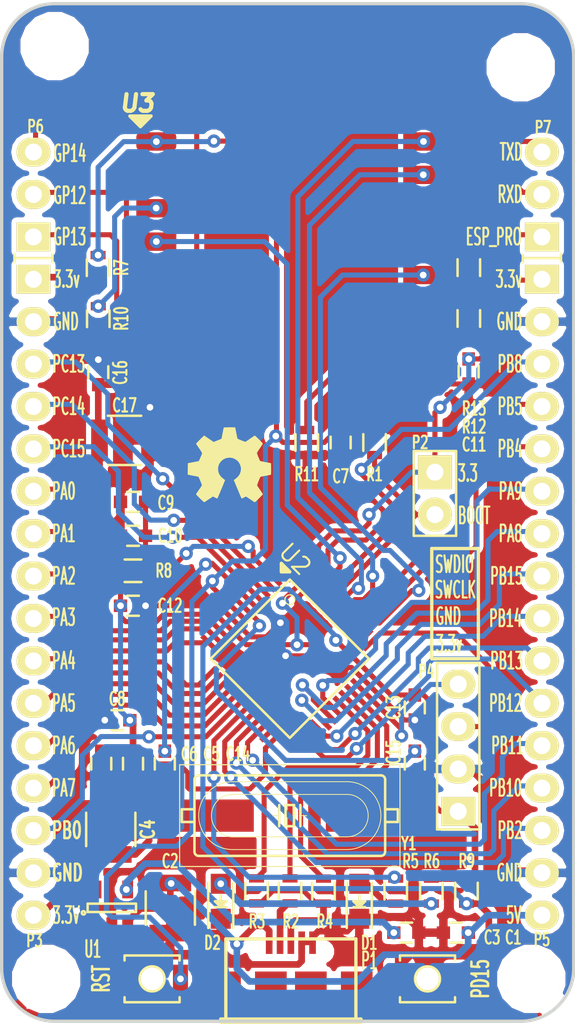
<source format=kicad_pcb>
(kicad_pcb (version 4) (host pcbnew 4.1.0-alpha+201608010717+6997~46~ubuntu14.04.1-product)
  (layers (0 F.Cu signal) (31 B.Cu signal) (35 F.Paste user) (37 F.SilkS user) (39 F.Mask user) (44 Edge.Cuts user))
  (net 0 "")
  (net 1 +5V)
  (net 2 GNDREF)
  (net 3 "Net-(C3-Pad1)")
  (net 4 +3V3)
  (net 5 /NRST)
  (net 6 /VBAT)
  (net 7 /OSC_IN)
  (net 8 "Net-(C14-Pad2)")
  (net 9 /OSC_OUT)
  (net 10 "Net-(C15-Pad2)")
  (net 11 "Net-(D1-Pad2)")
  (net 12 "Net-(D2-Pad2)")
  (net 13 "Net-(P1-Pad2)")
  (net 14 "Net-(P1-Pad3)")
  (net 15 "Net-(P2-Pad2)")
  (net 16 /SWCLK)
  (net 17 /SWDIO)
  (net 18 /USB_DM)
  (net 19 /USB_DIS)
  (net 20 /USB_DP)
  (net 21 "Net-(R10-Pad1)")
  (net 22 "Net-(R11-Pad1)")
  (net 23 "Net-(R12-Pad2)")
  (net 24 "Net-(U3-Pad13)")
  (net 25 "Net-(U3-Pad14)")
  (net 26 "Net-(U3-Pad2)")
  (net 27 /BUTTON)
  (net 28 IO-13)
  (net 29 IO-14)
  (net 30 IO-15)
  (net 31 IO-16)
  (net 32 IO-17)
  (net 33 IO-18)
  (net 34 IO-19)
  (net 35 IO-20)
  (net 36 IO-21)
  (net 37 IO-22)
  (net 38 IO-23)
  (net 39 IO-24)
  (net 40 IO-0)
  (net 41 IO-1)
  (net 42 IO-2)
  (net 43 IO-3)
  (net 44 IO-4)
  (net 45 IO-5)
  (net 46 IO-6)
  (net 47 IO-7)
  (net 48 IO-8)
  (net 49 IO-9)
  (net 50 IO-10)
  (net 51 IO-11)
  (net 52 Led_u)
  (net 53 GPIO)
  (net 54 ESP_PRO)
  (net 55 RXD)
  (net 56 TXD)
  (net 57 "Net-(P6-Pad3)")
  (net 58 "Net-(P6-Pad2)")
  (net 59 "Net-(P6-Pad1)")
  (net 60 "Net-(P8-Pad1)")
  (net 61 "Net-(P9-Pad1)")
  (net 62 "Net-(P10-Pad1)")
  (net 63 "Net-(P11-Pad1)")
  (module ESP8266:ESP-07v2-smd-16pin (layer F.Cu) (at 114.046 83.185)
    (fp_text reference U3 (at -1.143 -2.286) (layer F.SilkS) (effects (font (thickness 0.25) italic)))
    (fp_text value ESP-07v2)
    (pad 1 smd roundrect (at 0 0) (size 2.4 1.1) (layers F.Cu F.Paste F.Mask) (net 5 /NRST))
    (pad 2 smd rect (at 0 2) (size 2.4 1.1) (layers F.Cu F.Paste F.Mask) (net 26 "Net-(U3-Pad2)"))
    (pad 3 smd rect (at 0 4) (size 2.4 1.1) (layers F.Cu F.Paste F.Mask) (net 21 "Net-(R10-Pad1)"))
    (pad 4 smd rect (at 0 6) (size 2.4 1.1) (layers F.Cu F.Paste F.Mask) (net 53 GPIO))
    (pad 5 smd rect (at 0 8) (size 2.4 1.1) (layers F.Cu F.Paste F.Mask) (net 57 "Net-(P6-Pad3)"))
    (pad 6 smd rect (at 0 10) (size 2.4 1.1) (layers F.Cu F.Paste F.Mask) (net 58 "Net-(P6-Pad2)"))
    (pad 7 smd rect (at 0 12) (size 2.4 1.1) (layers F.Cu F.Paste F.Mask) (net 59 "Net-(P6-Pad1)"))
    (pad 8 smd rect (at 0 14) (size 2.4 1.1) (layers F.Cu F.Paste F.Mask) (net 4 +3V3))
    (pad 9 smd rect (at 16 14) (size 2.4 1.1) (layers F.Cu F.Paste F.Mask) (net 2 GNDREF))
    (pad 10 smd rect (at 16 12) (size 2.4 1.1) (layers F.Cu F.Paste F.Mask) (net 22 "Net-(R11-Pad1)"))
    (pad 11 smd rect (at 16 10) (size 2.4 1.1) (layers F.Cu F.Paste F.Mask) (net 23 "Net-(R12-Pad2)"))
    (pad 12 smd rect (at 16 8) (size 2.4 1.1) (layers F.Cu F.Paste F.Mask) (net 54 ESP_PRO))
    (pad 13 smd rect (at 16 6) (size 2.4 1.1) (layers F.Cu F.Paste F.Mask) (net 24 "Net-(U3-Pad13)"))
    (pad 14 smd rect (at 16 4) (size 2.4 1.1) (layers F.Cu F.Paste F.Mask) (net 25 "Net-(U3-Pad14)"))
    (pad 15 smd rect (at 16 2) (size 2.4 1.1) (layers F.Cu F.Paste F.Mask) (net 55 RXD))
    (pad 16 smd rect (at 16 0) (size 2.4 1.1) (layers F.Cu F.Paste F.Mask) (net 56 TXD))
  )
  (module Pin_Headers:Pin_Header_Straight_1x03 (layer F.Cu) (at 137.16 88.9 180)
    (fp_text reference P7 (at -0.0635 6.5405 180) (layer F.SilkS) (effects (font (size 0.75 0.5) (thickness 0.125))))
    (fp_text value CONN_01X03 hide)
    (pad 1 thru_hole rect (at 0 0 180) (size 2.032 1.7272) (drill 1.016) (layers *.Cu *.Mask F.SilkS) (net 54 ESP_PRO))
    (pad 2 thru_hole oval (at 0 2.54 180) (size 2.032 1.7272) (drill 1.016) (layers *.Cu *.Mask F.SilkS) (net 55 RXD))
    (pad 3 thru_hole oval (at 0 5.08 180) (size 2.032 1.7272) (drill 1.016) (layers *.Cu *.Mask F.SilkS) (net 56 TXD))
  )
  (module Pin_Headers:Pin_Header_Straight_1x03 (layer F.Cu) (at 106.68 88.9 180)
    (fp_text reference P6 (at -0.127 6.604 180) (layer F.SilkS) (effects (font (size 0.75 0.5) (thickness 0.125))))
    (fp_text value CONN_01X03 hide)
    (pad 1 thru_hole rect (at 0 0 180) (size 2.032 1.7272) (drill 1.016) (layers *.Cu *.Mask F.SilkS) (net 59 "Net-(P6-Pad1)"))
    (pad 2 thru_hole oval (at 0 2.54 180) (size 2.032 1.7272) (drill 1.016) (layers *.Cu *.Mask F.SilkS) (net 58 "Net-(P6-Pad2)"))
    (pad 3 thru_hole oval (at 0 5.08 180) (size 2.032 1.7272) (drill 1.016) (layers *.Cu *.Mask F.SilkS) (net 57 "Net-(P6-Pad3)"))
  )
  (module Pin_Headers:Pin_Header_Straight_1x16 (layer F.Cu) (at 106.68 91.44)
    (fp_text reference P3 (at 0.0635 39.624) (layer F.SilkS) (effects (font (size 0.75 0.5) (thickness 0.125))))
    (fp_text value CONN_01X16 hide)
    (pad 1 thru_hole rect (at 0 0) (size 2.032 1.7272) (drill 1.016) (layers *.Cu *.Mask F.SilkS) (net 4 +3V3))
    (pad 2 thru_hole oval (at 0 2.54) (size 2.032 1.7272) (drill 1.016) (layers *.Cu *.Mask F.SilkS) (net 2 GNDREF))
    (pad 3 thru_hole oval (at 0 5.08) (size 2.032 1.7272) (drill 1.016) (layers *.Cu *.Mask F.SilkS) (net 40 IO-0))
    (pad 4 thru_hole oval (at 0 7.62) (size 2.032 1.7272) (drill 1.016) (layers *.Cu *.Mask F.SilkS) (net 41 IO-1))
    (pad 5 thru_hole oval (at 0 10.16) (size 2.032 1.7272) (drill 1.016) (layers *.Cu *.Mask F.SilkS) (net 42 IO-2))
    (pad 6 thru_hole oval (at 0 12.7) (size 2.032 1.7272) (drill 1.016) (layers *.Cu *.Mask F.SilkS) (net 43 IO-3))
    (pad 7 thru_hole oval (at 0 15.24) (size 2.032 1.7272) (drill 1.016) (layers *.Cu *.Mask F.SilkS) (net 44 IO-4))
    (pad 8 thru_hole oval (at 0 17.78) (size 2.032 1.7272) (drill 1.016) (layers *.Cu *.Mask F.SilkS) (net 45 IO-5))
    (pad 9 thru_hole oval (at 0 20.32) (size 2.032 1.7272) (drill 1.016) (layers *.Cu *.Mask F.SilkS) (net 46 IO-6))
    (pad 10 thru_hole oval (at 0 22.86) (size 2.032 1.7272) (drill 1.016) (layers *.Cu *.Mask F.SilkS) (net 47 IO-7))
    (pad 11 thru_hole oval (at 0 25.4) (size 2.032 1.7272) (drill 1.016) (layers *.Cu *.Mask F.SilkS) (net 48 IO-8))
    (pad 12 thru_hole oval (at 0 27.94) (size 2.032 1.7272) (drill 1.016) (layers *.Cu *.Mask F.SilkS) (net 49 IO-9))
    (pad 13 thru_hole oval (at 0 30.48) (size 2.032 1.7272) (drill 1.016) (layers *.Cu *.Mask F.SilkS) (net 50 IO-10))
    (pad 14 thru_hole oval (at 0 33.02) (size 2.032 1.7272) (drill 1.016) (layers *.Cu *.Mask F.SilkS) (net 51 IO-11))
    (pad 15 thru_hole oval (at 0 35.56) (size 2.032 1.7272) (drill 1.016) (layers *.Cu *.Mask F.SilkS) (net 2 GNDREF))
    (pad 16 thru_hole oval (at 0 38.1) (size 2.032 1.7272) (drill 1.016) (layers *.Cu *.Mask F.SilkS) (net 4 +3V3))
  )
  (module Pin_Headers:Pin_Header_Straight_1x16 (layer F.Cu) (at 137.16 91.44)
    (fp_text reference P5 (at 0 39.5605) (layer F.SilkS) (effects (font (size 0.75 0.5) (thickness 0.125))))
    (fp_text value CONN_01X16 hide)
    (pad 1 thru_hole rect (at 0 0) (size 2.032 1.7272) (drill 1.016) (layers *.Cu *.Mask F.SilkS) (net 4 +3V3))
    (pad 2 thru_hole oval (at 0 2.54) (size 2.032 1.7272) (drill 1.016) (layers *.Cu *.Mask F.SilkS) (net 2 GNDREF))
    (pad 3 thru_hole oval (at 0 5.08) (size 2.032 1.7272) (drill 1.016) (layers *.Cu *.Mask F.SilkS) (net 39 IO-24))
    (pad 4 thru_hole oval (at 0 7.62) (size 2.032 1.7272) (drill 1.016) (layers *.Cu *.Mask F.SilkS) (net 38 IO-23))
    (pad 5 thru_hole oval (at 0 10.16) (size 2.032 1.7272) (drill 1.016) (layers *.Cu *.Mask F.SilkS) (net 37 IO-22))
    (pad 6 thru_hole oval (at 0 12.7) (size 2.032 1.7272) (drill 1.016) (layers *.Cu *.Mask F.SilkS) (net 36 IO-21))
    (pad 7 thru_hole oval (at 0 15.24) (size 2.032 1.7272) (drill 1.016) (layers *.Cu *.Mask F.SilkS) (net 35 IO-20))
    (pad 8 thru_hole oval (at 0 17.78) (size 2.032 1.7272) (drill 1.016) (layers *.Cu *.Mask F.SilkS) (net 34 IO-19))
    (pad 9 thru_hole oval (at 0 20.32) (size 2.032 1.7272) (drill 1.016) (layers *.Cu *.Mask F.SilkS) (net 33 IO-18))
    (pad 10 thru_hole oval (at 0 22.86) (size 2.032 1.7272) (drill 1.016) (layers *.Cu *.Mask F.SilkS) (net 32 IO-17))
    (pad 11 thru_hole oval (at 0 25.4) (size 2.032 1.7272) (drill 1.016) (layers *.Cu *.Mask F.SilkS) (net 31 IO-16))
    (pad 12 thru_hole oval (at 0 27.94) (size 2.032 1.7272) (drill 1.016) (layers *.Cu *.Mask F.SilkS) (net 30 IO-15))
    (pad 13 thru_hole oval (at 0 30.48) (size 2.032 1.7272) (drill 1.016) (layers *.Cu *.Mask F.SilkS) (net 29 IO-14))
    (pad 14 thru_hole oval (at 0 33.02) (size 2.032 1.7272) (drill 1.016) (layers *.Cu *.Mask F.SilkS) (net 28 IO-13))
    (pad 15 thru_hole oval (at 0 35.56) (size 2.032 1.7272) (drill 1.016) (layers *.Cu *.Mask F.SilkS) (net 2 GNDREF))
    (pad 16 thru_hole oval (at 0 38.1) (size 2.032 1.7272) (drill 1.016) (layers *.Cu *.Mask F.SilkS) (net 1 +5V))
  )
  (module Pin_Headers:Pin_Header_Straight_1x04 (layer F.Cu) (at 132.1435 123.317 180)
    (fp_text reference P4 (at 1.905 8.382 180) (layer F.SilkS) (effects (font (size 0.75 0.5) (thickness 0.125))))
    (fp_text value CONN_01X04 hide)
    (pad 1 thru_hole rect (at 0 0 180) (size 2.032 1.7272) (drill 1.016) (layers *.Cu *.Mask F.SilkS) (net 4 +3V3))
    (pad 2 thru_hole oval (at 0 2.54 180) (size 2.032 1.7272) (drill 1.016) (layers *.Cu *.Mask F.SilkS) (net 2 GNDREF))
    (pad 3 thru_hole oval (at 0 5.08 180) (size 2.032 1.7272) (drill 1.016) (layers *.Cu *.Mask F.SilkS) (net 16 /SWCLK))
    (pad 4 thru_hole oval (at 0 7.62 180) (size 2.032 1.7272) (drill 1.016) (layers *.Cu *.Mask F.SilkS) (net 17 /SWDIO))
  )
  (module Pin_Headers:Pin_Header_Straight_1x02 (layer F.Cu) (at 130.7465 102.997)
    (fp_text reference P2 (at -0.889 -1.778) (layer F.SilkS) (effects (font (size 0.75 0.5) (thickness 0.125))))
    (fp_text value CONN_01X02 hide)
    (pad 1 thru_hole rect (at 0 0) (size 2.032 2.032) (drill 1.016) (layers *.Cu *.Mask F.SilkS) (net 4 +3V3))
    (pad 2 thru_hole oval (at 0 2.54) (size 2.032 2.032) (drill 1.016) (layers *.Cu *.Mask F.SilkS) (net 15 "Net-(P2-Pad2)"))
  )
  (module Mounting_Holes:MountingHole_3.5mm (layer F.Cu) (at 107.95 77.47)
    (fp_text reference P8 (at -0.0127 -1.016) (layer F.SilkS))
    (fp_text value CONN_01X01 hide)
    (pad 1 np_thru_hole circle (at 0 0) (size 3.5 3.5) (drill 3.5) (layers *.Cu *.Mask F.SilkS) (net 60 "Net-(P8-Pad1)"))
  )
  (module Mounting_Holes:MountingHole_3.5mm (layer F.Cu) (at 135.89 78.74)
    (fp_text reference P9 (at 0 0) (layer F.SilkS))
    (fp_text value CONN_01X01 hide)
    (pad 1 np_thru_hole circle (at 0 0) (size 3.5 3.5) (drill 3.5) (layers *.Cu *.Mask F.SilkS) (net 61 "Net-(P9-Pad1)"))
  )
  (module Mounting_Holes:MountingHole_3.5mm (layer F.Cu) (at 136.525 133.35)
    (fp_text reference P11 (at 0 0) (layer F.SilkS))
    (fp_text value CONN_01X01 hide)
    (pad 1 np_thru_hole circle (at 0 0) (size 3.5 3.5) (drill 3.5) (layers *.Cu *.Mask F.SilkS) (net 63 "Net-(P11-Pad1)"))
  )
  (module Mounting_Holes:MountingHole_3.5mm (layer F.Cu) (at 107.442 133.35)
    (fp_text reference P10 (at 0 0) (layer F.SilkS))
    (fp_text value CONN_01X01 hide)
    (pad 1 np_thru_hole circle (at 0 0) (size 3.5 3.5) (drill 3.5) (layers *.Cu *.Mask F.SilkS) (net 62 "Net-(P10-Pad1)"))
  )
  (module TO_SOT_Packages_SMD:SOT-23-5 (layer F.Cu) (at 111.379 129.0955 90)
    (fp_text reference U1 (at -2.4765 -1.143 180) (layer F.SilkS) (effects (font (size 1 0.5) (thickness 0.125))))
    (fp_text value LP2985LV hide)
    (pad 1 smd rect (at -1.1 -0.95 90) (size 1.06 0.65) (layers F.Cu F.Paste F.Mask) (net 1 +5V))
    (pad 2 smd rect (at -1.1 0 90) (size 1.06 0.65) (layers F.Cu F.Paste F.Mask) (net 2 GNDREF))
    (pad 3 smd rect (at -1.1 0.95 90) (size 1.06 0.65) (layers F.Cu F.Paste F.Mask) (net 1 +5V))
    (pad 4 smd rect (at 1.1 0.95 90) (size 1.06 0.65) (layers F.Cu F.Paste F.Mask) (net 3 "Net-(C3-Pad1)"))
    (pad 5 smd rect (at 1.1 -0.95 90) (size 1.06 0.65) (layers F.Cu F.Paste F.Mask) (net 4 +3V3))
  )
  (module Capacitors_SMD:C_0603 (layer F.Cu) (at 132.767 96.963 90)
    (fp_text reference C11 (at -4.383 0.329 180) (layer F.SilkS) (effects (font (size 0.8 0.5) (thickness 0.125))))
    (fp_text value 0.1uF hide)
    (pad 1 smd rect (at -0.75 0 90) (size 0.8 0.75) (layers F.Cu F.Paste F.Mask) (net 2 GNDREF))
    (pad 2 smd rect (at 0.75 0 90) (size 0.8 0.75) (layers F.Cu F.Paste F.Mask) (net 4 +3V3))
  )
  (module Buttons_Switches_SMD:SW_SPST_B3U-1000P-B (layer F.Cu) (at 130.302 133.35 180)
    (fp_text reference PD15 (at -3.175 0 270) (layer F.SilkS) (effects (font (size 1 0.6))))
    (fp_text value SW_PUSH_SMALL_H hide)
    (pad 1 smd rect (at -1.7 0 180) (size 0.9 1.7) (layers F.Cu F.Paste F.Mask) (net 27 /BUTTON))
    (pad 2 smd rect (at 1.7 0 180) (size 0.9 1.7) (layers F.Cu F.Paste F.Mask) (net 2 GNDREF))
    (pad "" np_thru_hole circle (at 0 0 180) (size 0.8 0.8) (drill 0.8) (layers *.Cu *.Mask))
  )
  (module stm32f108:LQFP48 (layer F.Cu) (at 122.047 114.173 315)
    (fp_text reference U2 (at -3.996214 -4.445227 315) (layer F.SilkS) (effects (font (thickness 0.125))))
    (fp_text value STM32F103C8Tx hide)
    (pad 1 smd rect (at -4.1 -2.75 45) (size 0.3 1.2) (layers F.Cu F.Paste F.Mask) (net 6 /VBAT))
    (pad 2 smd rect (at -4.1 -2.25 45) (size 0.3 1.2) (layers F.Cu F.Paste F.Mask) (net 40 IO-0))
    (pad 3 smd rect (at -4.1 -1.75 45) (size 0.3 1.2) (layers F.Cu F.Paste F.Mask) (net 41 IO-1))
    (pad 4 smd rect (at -4.1 -1.25 45) (size 0.3 1.2) (layers F.Cu F.Paste F.Mask) (net 42 IO-2))
    (pad 5 smd rect (at -4.1 -0.75 45) (size 0.3 1.2) (layers F.Cu F.Paste F.Mask) (net 7 /OSC_IN))
    (pad 6 smd rect (at -4.1 -0.25 45) (size 0.3 1.2) (layers F.Cu F.Paste F.Mask) (net 9 /OSC_OUT))
    (pad 7 smd rect (at -4.1 0.25 45) (size 0.3 1.2) (layers F.Cu F.Paste F.Mask) (net 5 /NRST))
    (pad 8 smd rect (at -4.1 0.75 45) (size 0.3 1.2) (layers F.Cu F.Paste F.Mask) (net 2 GNDREF))
    (pad 9 smd rect (at -4.1 1.25 45) (size 0.3 1.2) (layers F.Cu F.Paste F.Mask) (net 4 +3V3))
    (pad 10 smd rect (at -4.1 1.75 45) (size 0.3 1.2) (layers F.Cu F.Paste F.Mask) (net 43 IO-3))
    (pad 11 smd rect (at -4.1 2.25 45) (size 0.3 1.2) (layers F.Cu F.Paste F.Mask) (net 44 IO-4))
    (pad 12 smd rect (at -4.1 2.75 45) (size 0.3 1.2) (layers F.Cu F.Paste F.Mask) (net 45 IO-5))
    (pad 13 smd rect (at -2.75 4.1 135) (size 0.3 1.2) (layers F.Cu F.Paste F.Mask) (net 46 IO-6))
    (pad 14 smd rect (at -2.25 4.1 135) (size 0.3 1.2) (layers F.Cu F.Paste F.Mask) (net 47 IO-7))
    (pad 15 smd rect (at -1.75 4.1 135) (size 0.3 1.2) (layers F.Cu F.Paste F.Mask) (net 48 IO-8))
    (pad 16 smd rect (at -1.25 4.1 135) (size 0.3 1.2) (layers F.Cu F.Paste F.Mask) (net 49 IO-9))
    (pad 17 smd rect (at -0.75 4.1 135) (size 0.3 1.2) (layers F.Cu F.Paste F.Mask) (net 50 IO-10))
    (pad 18 smd rect (at -0.25 4.1 135) (size 0.3 1.2) (layers F.Cu F.Paste F.Mask) (net 51 IO-11))
    (pad 19 smd rect (at 0.25 4.1 135) (size 0.3 1.2) (layers F.Cu F.Paste F.Mask) (net 52 Led_u))
    (pad 20 smd rect (at 0.75 4.1 135) (size 0.3 1.2) (layers F.Cu F.Paste F.Mask) (net 28 IO-13))
    (pad 21 smd rect (at 1.25 4.1 135) (size 0.3 1.2) (layers F.Cu F.Paste F.Mask) (net 29 IO-14))
    (pad 22 smd rect (at 1.75 4.1 135) (size 0.3 1.2) (layers F.Cu F.Paste F.Mask) (net 30 IO-15))
    (pad 23 smd rect (at 2.25 4.1 135) (size 0.3 1.2) (layers F.Cu F.Paste F.Mask) (net 2 GNDREF))
    (pad 24 smd rect (at 2.75 4.1 135) (size 0.3 1.2) (layers F.Cu F.Paste F.Mask) (net 4 +3V3))
    (pad 25 smd rect (at 4.1 2.75 45) (size 0.3 1.2) (layers F.Cu F.Paste F.Mask) (net 31 IO-16))
    (pad 26 smd rect (at 4.1 2.25 45) (size 0.3 1.2) (layers F.Cu F.Paste F.Mask) (net 32 IO-17))
    (pad 27 smd rect (at 4.1 1.75 45) (size 0.3 1.2) (layers F.Cu F.Paste F.Mask) (net 33 IO-18))
    (pad 28 smd rect (at 4.1 1.25 45) (size 0.3 1.2) (layers F.Cu F.Paste F.Mask) (net 34 IO-19))
    (pad 29 smd rect (at 4.1 0.75 45) (size 0.3 1.2) (layers F.Cu F.Paste F.Mask) (net 35 IO-20))
    (pad 30 smd rect (at 4.1 0.25 45) (size 0.3 1.2) (layers F.Cu F.Paste F.Mask) (net 36 IO-21))
    (pad 31 smd rect (at 4.1 -0.25 45) (size 0.3 1.2) (layers F.Cu F.Paste F.Mask) (net 19 /USB_DIS))
    (pad 32 smd rect (at 4.1 -0.75 45) (size 0.3 1.2) (layers F.Cu F.Paste F.Mask) (net 18 /USB_DM))
    (pad 33 smd rect (at 4.1 -1.25 45) (size 0.3 1.2) (layers F.Cu F.Paste F.Mask) (net 20 /USB_DP))
    (pad 34 smd rect (at 4.1 -1.75 45) (size 0.3 1.2) (layers F.Cu F.Paste F.Mask) (net 17 /SWDIO))
    (pad 35 smd rect (at 4.1 -2.25 45) (size 0.3 1.2) (layers F.Cu F.Paste F.Mask) (net 2 GNDREF))
    (pad 36 smd rect (at 4.1 -2.75 45) (size 0.3 1.2) (layers F.Cu F.Paste F.Mask) (net 4 +3V3))
    (pad 37 smd rect (at 2.75 -4.1 135) (size 0.3 1.2) (layers F.Cu F.Paste F.Mask) (net 16 /SWCLK))
    (pad 38 smd rect (at 2.25 -4.1 135) (size 0.3 1.2) (layers F.Cu F.Paste F.Mask) (net 27 /BUTTON))
    (pad 39 smd rect (at 1.75 -4.1 135) (size 0.3 1.2) (layers F.Cu F.Paste F.Mask) (net 54 ESP_PRO))
    (pad 40 smd rect (at 1.25 -4.1 135) (size 0.3 1.2) (layers F.Cu F.Paste F.Mask) (net 37 IO-22))
    (pad 41 smd rect (at 0.75 -4.1 135) (size 0.3 1.2) (layers F.Cu F.Paste F.Mask) (net 38 IO-23))
    (pad 42 smd rect (at 0.25 -4.1 135) (size 0.3 1.2) (layers F.Cu F.Paste F.Mask) (net 55 RXD))
    (pad 43 smd rect (at -0.25 -4.1 135) (size 0.3 1.2) (layers F.Cu F.Paste F.Mask) (net 56 TXD))
    (pad 44 smd rect (at -0.75 -4.1 135) (size 0.3 1.2) (layers F.Cu F.Paste F.Mask) (net 15 "Net-(P2-Pad2)"))
    (pad 45 smd rect (at -1.25 -4.1 135) (size 0.3 1.2) (layers F.Cu F.Paste F.Mask) (net 39 IO-24))
    (pad 46 smd rect (at -1.75 -4.1 135) (size 0.3 1.2) (layers F.Cu F.Paste F.Mask) (net 53 GPIO))
    (pad 47 smd rect (at -2.25 -4.1 135) (size 0.3 1.2) (layers F.Cu F.Paste F.Mask) (net 2 GNDREF))
    (pad 48 smd rect (at -2.75 -4.1 135) (size 0.3 1.2) (layers F.Cu F.Paste F.Mask) (net 4 +3V3))
  )
  (module Capacitors_SMD:C_1210 (layer F.Cu) (at 114.8842 129.1082 270)
    (fp_text reference C2 (at -2.8067 0.0127 180) (layer F.SilkS) (effects (font (size 0.8 0.5) (thickness 0.125))))
    (fp_text value 10uF-50v hide)
    (pad 1 smd rect (at -1.5 0 270) (size 1 2.5) (layers F.Cu F.Paste F.Mask) (net 1 +5V))
    (pad 2 smd rect (at 1.5 0 270) (size 1 2.5) (layers F.Cu F.Paste F.Mask) (net 2 GNDREF))
  )
  (module Capacitors_SMD:C_1210 (layer F.Cu) (at 111.3155 124.3965 90)
    (fp_text reference C4 (at 0 2.2225 90) (layer F.SilkS) (effects (font (size 0.8 0.6))))
    (fp_text value 10uF-50v hide)
    (pad 1 smd rect (at -1.5 0 90) (size 1 2.5) (layers F.Cu F.Paste F.Mask) (net 4 +3V3))
    (pad 2 smd rect (at 1.5 0 90) (size 1 2.5) (layers F.Cu F.Paste F.Mask) (net 2 GNDREF))
  )
  (module Capacitors_SMD:C_0603 (layer F.Cu) (at 112.649 120.4595 90)
    (fp_text reference C5 (at 0.5715 4.699 180) (layer F.SilkS) (effects (font (size 0.8 0.5) (thickness 0.125))))
    (fp_text value 0.1uF hide)
    (pad 1 smd rect (at -0.75 0 90) (size 0.8 0.75) (layers F.Cu F.Paste F.Mask) (net 2 GNDREF))
    (pad 2 smd rect (at 0.75 0 90) (size 0.8 0.75) (layers F.Cu F.Paste F.Mask) (net 4 +3V3))
  )
  (module Capacitors_SMD:C_0603 (layer F.Cu) (at 110.744 120.4595 90)
    (fp_text reference C6 (at 0.5715 5.2705 180) (layer F.SilkS) (effects (font (size 0.8 0.5) (thickness 0.125))))
    (fp_text value 1uF hide)
    (pad 1 smd rect (at -0.75 0 90) (size 0.8 0.75) (layers F.Cu F.Paste F.Mask) (net 2 GNDREF))
    (pad 2 smd rect (at 0.75 0 90) (size 0.8 0.75) (layers F.Cu F.Paste F.Mask) (net 4 +3V3))
  )
  (module Capacitors_SMD:C_0603 (layer F.Cu) (at 125.095 101.219 270)
    (fp_text reference C7 (at 2.032 0) (layer F.SilkS) (effects (font (size 0.8 0.5) (thickness 0.125))))
    (fp_text value 0.1uF hide)
    (pad 1 smd rect (at -0.75 0 270) (size 0.8 0.75) (layers F.Cu F.Paste F.Mask) (net 5 /NRST))
    (pad 2 smd rect (at 0.75 0 270) (size 0.8 0.75) (layers F.Cu F.Paste F.Mask) (net 2 GNDREF))
  )
  (module Capacitors_SMD:C_0603 (layer F.Cu) (at 111.7092 117.856)
    (fp_text reference C8 (at -0.0127 -1.27) (layer F.SilkS) (effects (font (size 0.8 0.5) (thickness 0.125))))
    (fp_text value 0.1uF hide)
    (pad 1 smd rect (at -0.75 0) (size 0.8 0.75) (layers F.Cu F.Paste F.Mask) (net 2 GNDREF))
    (pad 2 smd rect (at 0.75 0) (size 0.8 0.75) (layers F.Cu F.Paste F.Mask) (net 4 +3V3))
  )
  (module Capacitors_SMD:C_0603 (layer F.Cu) (at 112.649 104.775)
    (fp_text reference C9 (at 1.9685 0.0635) (layer F.SilkS) (effects (font (size 0.8 0.5) (thickness 0.125))))
    (fp_text value 1uF hide)
    (pad 1 smd rect (at -0.75 0) (size 0.8 0.75) (layers F.Cu F.Paste F.Mask) (net 2 GNDREF))
    (pad 2 smd rect (at 0.75 0) (size 0.8 0.75) (layers F.Cu F.Paste F.Mask) (net 6 /VBAT))
  )
  (module Capacitors_SMD:C_0603 (layer F.Cu) (at 112.649 106.807)
    (fp_text reference C10 (at 2.2225 0 180) (layer F.SilkS) (effects (font (size 0.8 0.5) (thickness 0.125))))
    (fp_text value 0.1uF hide)
    (pad 1 smd rect (at -0.75 0) (size 0.8 0.75) (layers F.Cu F.Paste F.Mask) (net 2 GNDREF))
    (pad 2 smd rect (at 0.75 0) (size 0.8 0.75) (layers F.Cu F.Paste F.Mask) (net 6 /VBAT))
  )
  (module Capacitors_SMD:C_0603 (layer F.Cu) (at 112.649 110.998 180)
    (fp_text reference C12 (at -2.2225 0) (layer F.SilkS) (effects (font (size 0.8 0.5) (thickness 0.125))))
    (fp_text value 0.1uF hide)
    (pad 1 smd rect (at -0.75 0 180) (size 0.8 0.75) (layers F.Cu F.Paste F.Mask) (net 2 GNDREF))
    (pad 2 smd rect (at 0.75 0 180) (size 0.8 0.75) (layers F.Cu F.Paste F.Mask) (net 4 +3V3))
  )
  (module Capacitors_SMD:C_0603 (layer F.Cu) (at 129.54 117.094 270)
    (fp_text reference C13 (at 0 1.27 270) (layer F.SilkS) (effects (font (size 0.8 0.5) (thickness 0.125))))
    (fp_text value 0.1uF hide)
    (pad 1 smd rect (at -0.75 0 270) (size 0.8 0.75) (layers F.Cu F.Paste F.Mask) (net 4 +3V3))
    (pad 2 smd rect (at 0.75 0 270) (size 0.8 0.75) (layers F.Cu F.Paste F.Mask) (net 2 GNDREF))
  )
  (module Capacitors_SMD:C_0603 (layer F.Cu) (at 114.554 120.4595 270)
    (fp_text reference C14 (at -0.5715 -4.3815 180) (layer F.SilkS) (effects (font (size 0.8 0.5) (thickness 0.125))))
    (fp_text value 10pF hide)
    (pad 1 smd rect (at -0.75 0 270) (size 0.8 0.75) (layers F.Cu F.Paste F.Mask) (net 7 /OSC_IN))
    (pad 2 smd rect (at 0.75 0 270) (size 0.8 0.75) (layers F.Cu F.Paste F.Mask) (net 8 "Net-(C14-Pad2)"))
  )
  (module Capacitors_SMD:C_0603 (layer F.Cu) (at 129.54 120.4595 270)
    (fp_text reference C15 (at -0.6985 1.27 270) (layer F.SilkS) (effects (font (size 0.8 0.5) (thickness 0.125))))
    (fp_text value 10pF hide)
    (pad 1 smd rect (at -0.75 0 270) (size 0.8 0.75) (layers F.Cu F.Paste F.Mask) (net 9 /OSC_OUT))
    (pad 2 smd rect (at 0.75 0 270) (size 0.8 0.75) (layers F.Cu F.Paste F.Mask) (net 10 "Net-(C15-Pad2)"))
  )
  (module Capacitors_SMD:C_0603 (layer F.Cu) (at 110.5662 97.0026 90)
    (fp_text reference C16 (at -0.0254 1.3208 90) (layer F.SilkS) (effects (font (size 0.8 0.5) (thickness 0.125))))
    (fp_text value 0.1uF hide)
    (pad 1 smd rect (at -0.75 0 90) (size 0.8 0.75) (layers F.Cu F.Paste F.Mask) (net 4 +3V3))
    (pad 2 smd rect (at 0.75 0 90) (size 0.8 0.75) (layers F.Cu F.Paste F.Mask) (net 2 GNDREF))
  )
  (module LEDs:LED_0805 (layer F.Cu) (at 126.2126 128.7018 90)
    (fp_text reference D1 (at -2.4892 0.5969 180) (layer F.SilkS) (effects (font (size 0.8 0.5) (thickness 0.125))))
    (fp_text value "Led PWR" hide)
    (pad 2 smd rect (at 1.04902 0 270) (size 1.19888 1.19888) (layers F.Cu F.Paste F.Mask) (net 11 "Net-(D1-Pad2)"))
    (pad 1 smd rect (at -1.04902 0 270) (size 1.19888 1.19888) (layers F.Cu F.Paste F.Mask) (net 2 GNDREF))
  )
  (module LEDs:LED_0805 (layer F.Cu) (at 117.9068 128.7018 90)
    (fp_text reference D2 (at -2.4892 -0.4953 180) (layer F.SilkS) (effects (font (size 0.8 0.5) (thickness 0.125))))
    (fp_text value Led hide)
    (pad 2 smd rect (at 1.04902 0 270) (size 1.19888 1.19888) (layers F.Cu F.Paste F.Mask) (net 12 "Net-(D2-Pad2)"))
    (pad 1 smd rect (at -1.04902 0 270) (size 1.19888 1.19888) (layers F.Cu F.Paste F.Mask) (net 2 GNDREF))
  )
  (module Resistors_SMD:R_0603 (layer F.Cu) (at 127.127 101.219 90)
    (fp_text reference R1 (at -1.905 0 180) (layer F.SilkS) (effects (font (size 0.8 0.5) (thickness 0.125))))
    (fp_text value 10k hide)
    (pad 1 smd rect (at -0.75 0 90) (size 0.5 0.9) (layers F.Cu F.Paste F.Mask) (net 15 "Net-(P2-Pad2)"))
    (pad 2 smd rect (at 0.75 0 90) (size 0.5 0.9) (layers F.Cu F.Paste F.Mask) (net 2 GNDREF))
  )
  (module Resistors_SMD:R_0603 (layer F.Cu) (at 122.0597 128.0795 270)
    (fp_text reference R2 (at 1.8415 -0.0508 180) (layer F.SilkS) (effects (font (size 0.8 0.5) (thickness 0.125))))
    (fp_text value 22 hide)
    (pad 1 smd rect (at -0.75 0 270) (size 0.5 0.9) (layers F.Cu F.Paste F.Mask) (net 18 /USB_DM))
    (pad 2 smd rect (at 0.75 0 270) (size 0.5 0.9) (layers F.Cu F.Paste F.Mask) (net 13 "Net-(P1-Pad2)"))
  )
  (module Resistors_SMD:R_0603 (layer F.Cu) (at 120.0531 128.0795 270)
    (fp_text reference R3 (at 1.8415 -0.0254 180) (layer F.SilkS) (effects (font (size 0.8 0.5) (thickness 0.125))))
    (fp_text value 1.5K hide)
    (pad 1 smd rect (at -0.75 0 270) (size 0.5 0.9) (layers F.Cu F.Paste F.Mask) (net 19 /USB_DIS))
    (pad 2 smd rect (at 0.75 0 270) (size 0.5 0.9) (layers F.Cu F.Paste F.Mask) (net 14 "Net-(P1-Pad3)"))
  )
  (module Resistors_SMD:R_0603 (layer F.Cu) (at 124.0663 128.0922 270)
    (fp_text reference R4 (at 1.8288 -0.0762 180) (layer F.SilkS) (effects (font (size 0.8 0.5) (thickness 0.125))))
    (fp_text value 22 hide)
    (pad 1 smd rect (at -0.75 0 270) (size 0.5 0.9) (layers F.Cu F.Paste F.Mask) (net 20 /USB_DP))
    (pad 2 smd rect (at 0.75 0 270) (size 0.5 0.9) (layers F.Cu F.Paste F.Mask) (net 14 "Net-(P1-Pad3)"))
  )
  (module Resistors_SMD:R_0603 (layer F.Cu) (at 128.397 128.0922 270)
    (fp_text reference R5 (at -1.7907 -0.889) (layer F.SilkS) (effects (font (size 0.8 0.5) (thickness 0.125))))
    (fp_text value 10k hide)
    (pad 1 smd rect (at -0.75 0 270) (size 0.5 0.9) (layers F.Cu F.Paste F.Mask) (net 52 Led_u))
    (pad 2 smd rect (at 0.75 0 270) (size 0.5 0.9) (layers F.Cu F.Paste F.Mask) (net 11 "Net-(D1-Pad2)"))
  )
  (module Resistors_SMD:R_0603 (layer F.Cu) (at 130.5306 128.0922 270)
    (fp_text reference R6 (at -1.7907 -0.0254) (layer F.SilkS) (effects (font (size 0.8 0.5) (thickness 0.125))))
    (fp_text value 10k hide)
    (pad 1 smd rect (at -0.75 0 270) (size 0.5 0.9) (layers F.Cu F.Paste F.Mask) (net 4 +3V3))
    (pad 2 smd rect (at 0.75 0 270) (size 0.5 0.9) (layers F.Cu F.Paste F.Mask) (net 12 "Net-(D2-Pad2)"))
  )
  (module Resistors_SMD:R_0603 (layer F.Cu) (at 110.5535 90.7415 270)
    (fp_text reference R7 (at 0 -1.397 90) (layer F.SilkS) (effects (font (size 0.8 0.5) (thickness 0.125))))
    (fp_text value 10K hide)
    (pad 1 smd rect (at -0.75 0 270) (size 0.5 0.9) (layers F.Cu F.Paste F.Mask) (net 5 /NRST))
    (pad 2 smd rect (at 0.75 0 270) (size 0.5 0.9) (layers F.Cu F.Paste F.Mask) (net 4 +3V3))
  )
  (module Resistors_SMD:R_0603 (layer F.Cu) (at 112.649 108.9025 180)
    (fp_text reference R8 (at -1.8415 0) (layer F.SilkS) (effects (font (size 0.8 0.5) (thickness 0.125))))
    (fp_text value 0R hide)
    (pad 1 smd rect (at -0.75 0 180) (size 0.5 0.9) (layers F.Cu F.Paste F.Mask) (net 6 /VBAT))
    (pad 2 smd rect (at 0.75 0 180) (size 0.5 0.9) (layers F.Cu F.Paste F.Mask) (net 4 +3V3))
  )
  (module Resistors_SMD:R_0603 (layer F.Cu) (at 132.6388 128.0922 90)
    (fp_text reference R9 (at 1.7907 0.0127 180) (layer F.SilkS) (effects (font (size 0.8 0.5) (thickness 0.125))))
    (fp_text value 10K hide)
    (pad 1 smd rect (at -0.75 0 90) (size 0.5 0.9) (layers F.Cu F.Paste F.Mask) (net 27 /BUTTON))
    (pad 2 smd rect (at 0.75 0 90) (size 0.5 0.9) (layers F.Cu F.Paste F.Mask) (net 4 +3V3))
  )
  (module Resistors_SMD:R_0603 (layer F.Cu) (at 110.5662 93.8022 270)
    (fp_text reference R10 (at -0.0127 -1.3843 90) (layer F.SilkS) (effects (font (size 0.8 0.5) (thickness 0.125))))
    (fp_text value 10K hide)
    (pad 1 smd rect (at -0.75 0 270) (size 0.5 0.9) (layers F.Cu F.Paste F.Mask) (net 21 "Net-(R10-Pad1)"))
    (pad 2 smd rect (at 0.75 0 270) (size 0.5 0.9) (layers F.Cu F.Paste F.Mask) (net 4 +3V3))
  )
  (module Resistors_SMD:R_0603 (layer F.Cu) (at 123.063 101.219 270)
    (fp_text reference R11 (at 1.905 0) (layer F.SilkS) (effects (font (size 0.8 0.5) (thickness 0.125))))
    (fp_text value 10K hide)
    (pad 1 smd rect (at -0.75 0 270) (size 0.5 0.9) (layers F.Cu F.Paste F.Mask) (net 22 "Net-(R11-Pad1)"))
    (pad 2 smd rect (at 0.75 0 270) (size 0.5 0.9) (layers F.Cu F.Paste F.Mask) (net 2 GNDREF))
  )
  (module Resistors_SMD:R_0603 (layer F.Cu) (at 132.7785 93.7895 270)
    (fp_text reference R12 (at 6.477 -0.3175) (layer F.SilkS) (effects (font (size 0.8 0.5) (thickness 0.125))))
    (fp_text value 10K hide)
    (pad 1 smd rect (at -0.75 0 270) (size 0.5 0.9) (layers F.Cu F.Paste F.Mask) (net 4 +3V3))
    (pad 2 smd rect (at 0.75 0 270) (size 0.5 0.9) (layers F.Cu F.Paste F.Mask) (net 23 "Net-(R12-Pad2)"))
  )
  (module Resistors_SMD:R_0603 (layer F.Cu) (at 132.7785 90.7415 90)
    (fp_text reference R13 (at -8.4455 0.3175) (layer F.SilkS) (effects (font (size 0.8 0.5) (thickness 0.125))))
    (fp_text value 10K hide)
    (pad 1 smd rect (at -0.75 0 90) (size 0.5 0.9) (layers F.Cu F.Paste F.Mask) (net 4 +3V3))
    (pad 2 smd rect (at 0.75 0 90) (size 0.5 0.9) (layers F.Cu F.Paste F.Mask) (net 54 ESP_PRO))
  )
  (module crystal:crystal-HC49UP (layer F.Cu) (at 122.047 123.571)
    (fp_text reference Y1 (at 7.1374 1.6764) (layer F.SilkS) (effects (font (size 0.75 0.5) (thickness 0.125))))
    (fp_text value 8MHz hide)
    (pad 1 smd rect (at -4.826 0) (size 5.334 1.9304) (layers F.Cu F.Paste F.Mask) (net 8 "Net-(C14-Pad2)"))
    (pad 2 smd rect (at 4.826 0) (size 5.334 1.9304) (layers F.Cu F.Paste F.Mask) (net 10 "Net-(C15-Pad2)"))
  )
  (module Capacitors_SMD:C_0603 (layer F.Cu) (at 132.0038 130.5814 180)
    (fp_text reference C1 (at -3.4417 -0.2921 180) (layer F.SilkS) (effects (font (size 0.8 0.5) (thickness 0.125))))
    (fp_text value 0.1uF hide)
    (pad 1 smd rect (at -0.75 0 180) (size 0.8 0.75) (layers F.Cu F.Paste F.Mask) (net 1 +5V))
    (pad 2 smd rect (at 0.75 0 180) (size 0.8 0.75) (layers F.Cu F.Paste F.Mask) (net 2 GNDREF))
  )
  (module Capacitors_SMD:C_1210 (layer F.Cu) (at 112.141 101.092)
    (fp_text reference C17 (at 0 -2.0955) (layer F.SilkS) (effects (font (size 0.8 0.5) (thickness 0.125))))
    (fp_text value 10uF-50v hide)
    (pad 1 smd rect (at -1.5 0) (size 1 2.5) (layers F.Cu F.Paste F.Mask) (net 4 +3V3))
    (pad 2 smd rect (at 1.5 0) (size 1 2.5) (layers F.Cu F.Paste F.Mask) (net 2 GNDREF))
  )
  (module Buttons_Switches_SMD:SW_SPST_B3U-1000P-B (layer F.Cu) (at 113.792 133.35 180)
    (fp_text reference SW1 hide)
    (fp_text value RST (at 3.048 0 270) (layer F.SilkS) (effects (font (size 1 0.6))))
    (pad 1 smd rect (at -1.7 0 180) (size 0.9 1.7) (layers F.Cu F.Paste F.Mask) (net 5 /NRST))
    (pad 2 smd rect (at 1.7 0 180) (size 0.9 1.7) (layers F.Cu F.Paste F.Mask) (net 2 GNDREF))
    (pad "" np_thru_hole circle (at 0 0 180) (size 0.8 0.8) (drill 0.8) (layers *.Cu *.Mask))
  )
  (module Capacitors_SMD:C_0603 (layer F.Cu) (at 129.032 130.5814)
    (fp_text reference C3 (at 5.1435 0.2921) (layer F.SilkS) (effects (font (size 0.8 0.5) (thickness 0.125))))
    (fp_text value 1uF hide)
    (pad 1 smd rect (at -0.75 0) (size 0.8 0.75) (layers F.Cu F.Paste F.Mask) (net 3 "Net-(C3-Pad1)"))
    (pad 2 smd rect (at 0.75 0) (size 0.8 0.75) (layers F.Cu F.Paste F.Mask) (net 2 GNDREF))
  )
  (module w_conn_pc:conn_usb_B_micro_smd-2 (layer F.Cu) (at 122.1105 133.858)
    (fp_text reference P1 (at 4.7117 -1.6002) (layer F.SilkS) (effects (font (size 1 0.5) (thickness 0.125))))
    (fp_text value USB hide)
    (pad "" smd rect (at -1.19888 0) (size 1.89738 1.89738) (layers F.Cu F.Paste F.Mask))
    (pad "" smd rect (at 1.19888 0) (size 1.89738 1.89738) (layers F.Cu F.Paste F.Mask))
    (pad "" smd rect (at 3.9497 0) (size 1.89738 1.89738) (layers F.Cu F.Paste F.Mask))
    (pad "" smd rect (at -3.9497 0) (size 1.89738 1.89738) (layers F.Cu F.Paste F.Mask))
    (pad 1 smd rect (at -1.30048 -2.67462) (size 0.39878 1.34874) (layers F.Cu F.Paste F.Mask) (net 1 +5V))
    (pad 2 smd rect (at -0.6477 -2.67462) (size 0.39878 1.3462) (layers F.Cu F.Paste F.Mask) (net 13 "Net-(P1-Pad2)"))
    (pad 3 smd rect (at 0 -2.67462) (size 0.39878 1.3462) (layers F.Cu F.Paste F.Mask) (net 14 "Net-(P1-Pad3)"))
    (pad 4 smd rect (at 0.6477 -2.67462) (size 0.39878 1.3462) (layers F.Cu F.Paste F.Mask) (net 2 GNDREF))
    (pad 5 smd rect (at 1.30048 -2.67462) (size 0.39878 1.3462) (layers F.Cu F.Paste F.Mask) (net 2 GNDREF))
    (pad "" np_thru_hole circle (at 1.89738 -2.1463) (size 0.79756 0.79756) (drill 0.79756) (layers *.Cu *.Mask F.SilkS))
    (pad "" np_thru_hole circle (at -1.89992 -2.14884) (size 0.79756 0.79756) (drill 0.79756) (layers *.Cu *.Mask F.SilkS))
  )
  (module logo:logo5_silkscreen-front_5mm (layer F.Cu) (at 118.4275 102.5525)
    (fp_text reference G*** hide)
    (fp_text value logo5_silkscreen-front_5mm hide)
  )
  (gr_line (start 107.95 74.93) (end 135.89 74.93) (layer Edge.Cuts) (width 0.2))
  (gr_line (start 104.775 132.715) (end 104.775 78.105) (layer Edge.Cuts) (width 0.2))
  (gr_line (start 135.89 135.89) (end 107.95 135.89) (layer Edge.Cuts) (width 0.2))
  (gr_line (start 139.065 78.105) (end 139.065 132.715) (layer Edge.Cuts) (width 0.2))
  (gr_arc (start 135.89 78.105) (end 135.89 74.93) (angle 90) (layer Edge.Cuts) (width 0.2))
  (gr_arc (start 107.95 78.105) (end 104.775 78.105) (angle 90) (layer Edge.Cuts) (width 0.2))
  (gr_arc (start 107.95 132.715) (end 107.95 135.89) (angle 90) (layer Edge.Cuts) (width 0.2))
  (gr_arc (start 135.89 132.715) (end 139.065 132.715) (angle 90) (layer Edge.Cuts) (width 0.2))
  (gr_line (start 130.556 107.569) (end 130.556 114.173) (angle 90) (layer F.SilkS) (width 0.2))
  (gr_line (start 133.35 107.569) (end 130.556 107.569) (angle 90) (layer F.SilkS) (width 0.2))
  (gr_line (start 133.35 114.173) (end 133.35 107.569) (angle 90) (layer F.SilkS) (width 0.2))
  (gr_line (start 130.556 114.173) (end 133.35 114.173) (angle 90) (layer F.SilkS) (width 0.2))
  (gr_text BOOT (at 133.096 105.6005) (layer F.SilkS) (effects (font (size 1 0.5) (thickness 0.125))))
  (gr_text 3.3 (at 132.715 103.0605) (layer F.SilkS) (effects (font (size 1 0.5) (thickness 0.125))))
  (gr_text 3.3v (at 132.715 102.87) (layer F.Cu) (effects (font (size 1 0.5) (thickness 0.125))))
  (gr_line (start 112.903 82.1055) (end 113.2205 82.1055) (angle 90) (layer F.SilkS) (width 0.2))
  (gr_line (start 113.2205 81.9785) (end 113.284 82.042) (angle 90) (layer F.SilkS) (width 0.2))
  (gr_line (start 112.8395 81.9785) (end 113.2205 81.9785) (angle 90) (layer F.SilkS) (width 0.2))
  (gr_line (start 112.7125 81.8515) (end 113.4745 81.8515) (angle 90) (layer F.SilkS) (width 0.2))
  (gr_line (start 113.0935 82.296) (end 112.4585 81.661) (angle 90) (layer F.SilkS) (width 0.2))
  (gr_line (start 113.7285 81.661) (end 113.0935 82.296) (angle 90) (layer F.SilkS) (width 0.2))
  (gr_line (start 112.522 81.661) (end 113.7285 81.661) (angle 90) (layer F.SilkS) (width 0.2))
  (gr_text SWDIO (at 133.1595 108.5215) (layer F.SilkS) (effects (font (size 1 0.5) (thickness 0.125)) (justify right)))
  (gr_text SWCLK (at 133.2865 110.0455) (layer F.SilkS) (effects (font (size 1 0.5) (thickness 0.125)) (justify right)))
  (gr_text GND (at 132.3975 111.633) (layer F.SilkS) (effects (font (size 1 0.5) (thickness 0.125)) (justify right)))
  (gr_text 3.3v (at 132.461 113.284) (layer F.SilkS) (effects (font (size 1 0.5) (thickness 0.125)) (justify right)))
  (gr_line (start 121.666 108.839) (end 121.793 108.839) (angle 90) (layer F.SilkS) (width 0.2))
  (gr_line (start 121.539 108.712) (end 121.666 108.839) (angle 90) (layer F.SilkS) (width 0.2))
  (gr_line (start 121.539 108.966) (end 121.539 108.458) (angle 90) (layer F.SilkS) (width 0.2))
  (gr_line (start 122.047 108.966) (end 121.539 108.966) (angle 90) (layer F.SilkS) (width 0.2))
  (gr_line (start 121.92 108.839) (end 122.047 108.966) (angle 90) (layer F.SilkS) (width 0.2))
  (gr_line (start 121.539 108.458) (end 121.92 108.839) (angle 90) (layer F.SilkS) (width 0.2))
  (gr_text "GP13\n" (at 109.9185 88.9) (layer F.SilkS) (effects (font (size 1 0.5) (thickness 0.125)) (justify right)))
  (gr_text "GP12\n" (at 109.9185 86.4235) (layer F.SilkS) (effects (font (size 1 0.5) (thickness 0.125)) (justify right)))
  (gr_text "GP14\n\n" (at 109.9185 84.709) (layer F.SilkS) (effects (font (size 1 0.5) (thickness 0.125)) (justify right)))
  (gr_text ESP_PRO (at 132.5245 88.9) (layer F.SilkS) (effects (font (size 1 0.5) (thickness 0.125)) (justify left)))
  (gr_text RXD (at 134.4295 86.36) (layer F.SilkS) (effects (font (size 1 0.5) (thickness 0.125)) (justify left)))
  (gr_text TXD (at 134.5565 83.82) (layer F.SilkS) (effects (font (size 1 0.5) (thickness 0.125)) (justify left)))
  (gr_text 5V (at 134.9375 129.54) (layer F.SilkS) (effects (font (size 1 0.5) (thickness 0.125)) (justify left)))
  (gr_text GND (at 134.366 93.98) (layer F.SilkS) (effects (font (size 1 0.5) (thickness 0.125)) (justify left)))
  (gr_text PB8 (at 134.4295 96.52) (layer F.SilkS) (effects (font (size 1 0.5) (thickness 0.125)) (justify left)))
  (gr_text PB5 (at 134.4295 99.06) (layer F.SilkS) (effects (font (size 1 0.5) (thickness 0.125)) (justify left)))
  (gr_text PB4 (at 134.4295 101.6) (layer F.SilkS) (effects (font (size 1 0.5) (thickness 0.125)) (justify left)))
  (gr_text PA9 (at 134.493 104.14) (layer F.SilkS) (effects (font (size 1 0.5) (thickness 0.125)) (justify left)))
  (gr_text "PA8\n" (at 134.493 106.68) (layer F.SilkS) (effects (font (size 1 0.5) (thickness 0.125)) (justify left)))
  (gr_text PB15 (at 133.985 109.22) (layer F.SilkS) (effects (font (size 1 0.5) (thickness 0.125)) (justify left)))
  (gr_text PB14 (at 133.9215 111.76) (layer F.SilkS) (effects (font (size 1 0.5) (thickness 0.125)) (justify left)))
  (gr_text PB13 (at 133.985 114.3) (layer F.SilkS) (effects (font (size 1 0.5) (thickness 0.125)) (justify left)))
  (gr_text PB12 (at 133.9215 116.84) (layer F.SilkS) (effects (font (size 1 0.5) (thickness 0.125)) (justify left)))
  (gr_text PB11 (at 134.0485 119.38) (layer F.SilkS) (effects (font (size 1 0.5) (thickness 0.125)) (justify left)))
  (gr_text "PB10\n" (at 133.9215 121.92) (layer F.SilkS) (effects (font (size 1 0.5) (thickness 0.125)) (justify left)))
  (gr_text PB2 (at 134.4295 124.46) (layer F.SilkS) (effects (font (size 1 0.5) (thickness 0.125)) (justify left)))
  (gr_text GND (at 134.366 127) (layer F.SilkS) (effects (font (size 1 0.5) (thickness 0.125)) (justify left)))
  (gr_text 3.3v (at 134.3025 91.44) (layer F.SilkS) (effects (font (size 1 0.5) (thickness 0.125)) (justify left)))
  (gr_text 3.3V (at 109.5375 129.54) (layer F.SilkS) (effects (font (size 1 0.5) (thickness 0.125)) (justify right)))
  (gr_text GND (at 109.728 127) (layer F.SilkS) (effects (font (size 1 0.6)) (justify right)))
  (gr_text "PB0\n" (at 109.6645 124.46) (layer F.SilkS) (effects (font (size 1 0.6)) (justify right)))
  (gr_text PA7 (at 109.2835 121.92) (layer F.SilkS) (effects (font (size 1 0.5) (thickness 0.125)) (justify right)))
  (gr_text PA6 (at 109.2835 119.38) (layer F.SilkS) (effects (font (size 1 0.5) (thickness 0.125)) (justify right)))
  (gr_text PA5 (at 109.2835 116.84) (layer F.SilkS) (effects (font (size 1 0.5) (thickness 0.125)) (justify right)))
  (gr_text "PA4\n" (at 109.2835 114.3) (layer F.SilkS) (effects (font (size 1 0.5) (thickness 0.125)) (justify right)))
  (gr_text "PA3\n" (at 109.2835 111.6965) (layer F.SilkS) (effects (font (size 1 0.5) (thickness 0.125)) (justify right)))
  (gr_text "PA2\n" (at 109.2835 109.22) (layer F.SilkS) (effects (font (size 1 0.5) (thickness 0.125)) (justify right)))
  (gr_text "PA1\n" (at 109.2835 106.68) (layer F.SilkS) (effects (font (size 1 0.5) (thickness 0.125)) (justify right)))
  (gr_text "PA0\n" (at 109.2835 104.14) (layer F.SilkS) (effects (font (size 1 0.5) (thickness 0.125)) (justify right)))
  (gr_text PC15 (at 109.855 101.6) (layer F.SilkS) (effects (font (size 1 0.5) (thickness 0.125)) (justify right)))
  (gr_text "PC14\n" (at 109.855 99.06) (layer F.SilkS) (effects (font (size 1 0.5) (thickness 0.125)) (justify right)))
  (gr_text "PC13\n" (at 109.855 96.52) (layer F.SilkS) (effects (font (size 1 0.5) (thickness 0.125)) (justify right)))
  (gr_text "GND\n" (at 109.474 93.98) (layer F.SilkS) (effects (font (size 1 0.5) (thickness 0.125)) (justify right)))
  (gr_text "3.3v\n" (at 109.5375 91.44) (layer F.SilkS) (effects (font (size 1 0.5) (thickness 0.125)) (justify right)))
  (segment (start 132.7404 130.5814) (end 132.842 130.5814) (width 0.4) (layer B.Cu) (net 1))
  (segment (start 133.8834 129.54) (end 137.16 129.54) (width 0.4) (layer B.Cu) (net 1))
  (segment (start 132.842 130.5814) (end 133.8834 129.54) (width 0.4) (layer B.Cu) (net 1))
  (segment (start 118.872 131.2545) (end 118.872 132.7404) (width 0.4) (layer B.Cu) (net 1))
  (segment (start 132.7404 130.5814) (end 132.7538 130.5814) (width 0.4) (layer F.Cu) (net 1))
  (via (at 132.7404 130.5814) (size 0.8) (drill 0.4) (layers F.Cu B.Cu) (net 1))
  (segment (start 132.7404 131.318) (end 132.7404 130.5814) (width 0.4) (layer B.Cu) (net 1))
  (segment (start 132.1562 131.9022) (end 132.7404 131.318) (width 0.4) (layer B.Cu) (net 1))
  (segment (start 127.6858 131.9022) (end 132.1562 131.9022) (width 0.4) (layer B.Cu) (net 1))
  (segment (start 126.0856 133.5024) (end 127.6858 131.9022) (width 0.4) (layer B.Cu) (net 1))
  (segment (start 119.634 133.5024) (end 126.0856 133.5024) (width 0.4) (layer B.Cu) (net 1))
  (segment (start 118.872 132.7404) (end 119.634 133.5024) (width 0.4) (layer B.Cu) (net 1))
  (segment (start 120.81002 131.18338) (end 120.81002 130.46202) (width 0.4) (layer F.Cu) (net 1))
  (segment (start 114.935 127.635) (end 114.9082 127.6082) (width 0.4) (layer F.Cu) (net 1))
  (via (at 114.935 127.635) (size 0.8) (drill 0.4) (layers F.Cu B.Cu) (net 1))
  (segment (start 115.2525 127.635) (end 114.935 127.635) (width 0.4) (layer B.Cu) (net 1))
  (segment (start 118.872 131.2545) (end 115.2525 127.635) (width 0.4) (layer B.Cu) (net 1))
  (via (at 118.872 131.2545) (size 0.8) (drill 0.4) (layers F.Cu B.Cu) (net 1))
  (segment (start 119.9515 130.175) (end 118.872 131.2545) (width 0.4) (layer F.Cu) (net 1))
  (segment (start 120.523 130.175) (end 119.9515 130.175) (width 0.4) (layer F.Cu) (net 1))
  (segment (start 120.81002 130.46202) (end 120.523 130.175) (width 0.4) (layer F.Cu) (net 1))
  (segment (start 114.9082 127.6082) (end 114.8842 127.6082) (width 0.4) (layer F.Cu) (net 1))
  (via (at 137.287 129.413) (size 0.8) (drill 0.4) (layers F.Cu B.Cu) (net 1))
  (segment (start 114.9082 127.6082) (end 114.8842 127.6082) (width 0.4) (layer F.Cu) (net 1))
  (segment (start 114.8842 127.6102) (end 114.8842 127.6082) (width 0.4) (layer F.Cu) (net 1))
  (segment (start 112.2655 130.1955) (end 112.2655 129.9743) (width 0.4) (layer F.Cu) (net 1))
  (segment (start 112.2655 129.9743) (end 113.1062 129.1336) (width 0.4) (layer F.Cu) (net 1))
  (segment (start 114.8842 128.4478) (end 114.8842 127.6082) (width 0.4) (layer F.Cu) (net 1))
  (segment (start 114.1984 129.1336) (end 114.8842 128.4478) (width 0.4) (layer F.Cu) (net 1))
  (segment (start 113.1062 129.1336) (end 114.1984 129.1336) (width 0.4) (layer F.Cu) (net 1))
  (segment (start 112.2655 130.1955) (end 112.2655 131.2443) (width 0.4) (layer F.Cu) (net 1))
  (segment (start 110.3655 131.2443) (end 110.4646 131.3434) (width 0.4) (layer F.Cu) (net 1))
  (segment (start 110.4646 131.3434) (end 111.8362 131.3434) (width 0.4) (layer F.Cu) (net 1))
  (segment (start 110.3655 131.2443) (end 110.3655 130.1955) (width 0.4) (layer F.Cu) (net 1))
  (segment (start 112.1664 131.3434) (end 111.8362 131.3434) (width 0.4) (layer F.Cu) (net 1))
  (segment (start 112.2655 131.2443) (end 112.1664 131.3434) (width 0.4) (layer F.Cu) (net 1))
  (segment (start 115.685 127.7105) (end 115.6335 127.659) (width 0.402) (layer F.Cu) (net 1))
  (segment (start 123.41098 131.18338) (end 122.7582 131.18338) (width 0.3) (layer F.Cu) (net 2))
  (segment (start 117.8814 130.6082) (end 117.8814 131.8768) (width 0.4) (layer F.Cu) (net 2))
  (segment (start 117.8814 131.8768) (end 118.491 132.4864) (width 0.4) (layer F.Cu) (net 2))
  (segment (start 118.491 132.4864) (end 122.555 132.4864) (width 0.4) (layer F.Cu) (net 2))
  (segment (start 122.555 132.4864) (end 122.7582 132.2832) (width 0.4) (layer F.Cu) (net 2))
  (segment (start 122.7582 132.2832) (end 122.7582 131.18338) (width 0.4) (layer F.Cu) (net 2))
  (segment (start 123.41098 131.18338) (end 123.41098 130.84302) (width 0.4) (layer F.Cu) (net 2))
  (segment (start 123.41098 130.84302) (end 123.7615 130.4925) (width 0.4) (layer F.Cu) (net 2))
  (segment (start 125.47092 130.4925) (end 126.2126 129.75082) (width 0.4) (layer F.Cu) (net 2))
  (segment (start 123.7615 130.4925) (end 125.47092 130.4925) (width 0.4) (layer F.Cu) (net 2))
  (segment (start 129.782 130.5814) (end 131.2538 130.5814) (width 0.4) (layer F.Cu) (net 2))
  (segment (start 132.767 97.713) (end 133.427 97.713) (width 0.304) (layer F.Cu) (net 2))
  (segment (start 110.5662 96.2526) (end 110.5655 96.2526) (width 0.4) (layer F.Cu) (net 2))
  (segment (start 110.5655 96.2526) (end 108.1659 93.853) (width 0.4) (layer F.Cu) (net 2))
  (segment (start 108.1659 93.853) (end 106.807 93.853) (width 0.4) (layer F.Cu) (net 2))
  (segment (start 110.5796 96.266) (end 110.5662 96.2526) (width 0.4) (layer B.Cu) (net 2))
  (segment (start 110.5796 96.266) (end 113.2205 96.266) (width 0.4) (layer B.Cu) (net 2))
  (segment (start 113.2205 96.266) (end 113.665 96.7105) (width 0.4) (layer B.Cu) (net 2))
  (segment (start 113.665 96.7105) (end 113.665 99.1108) (width 0.4) (layer B.Cu) (net 2))
  (via (at 113.665 99.1108) (size 0.8) (drill 0.4) (layers F.Cu B.Cu) (net 2))
  (segment (start 113.665 99.1108) (end 113.641 99.1348) (width 0.4) (layer F.Cu) (net 2))
  (segment (start 113.641 101.092) (end 113.641 99.1348) (width 0.4) (layer F.Cu) (net 2))
  (via (at 110.5662 96.2526) (size 0.8) (drill 0.4) (layers F.Cu B.Cu) (net 2))
  (via (at 106.807 93.853) (size 0.8) (drill 0.4) (layers F.Cu B.Cu) (net 2))
  (segment (start 111.3155 122.8965) (end 110.6819 122.8965) (width 0.4) (layer F.Cu) (net 2))
  (segment (start 108.5342 126.873) (end 106.807 126.873) (width 0.4) (layer F.Cu) (net 2))
  (segment (start 109.22 126.1872) (end 108.5342 126.873) (width 0.4) (layer F.Cu) (net 2))
  (segment (start 106.807 126.873) (end 108.712 126.873) (width 0.4) (layer B.Cu) (net 2))
  (segment (start 108.712 126.873) (end 109.277 127.438) (width 0.4) (layer B.Cu) (net 2))
  (via (at 106.807 126.873) (size 0.8) (drill 0.4) (layers F.Cu B.Cu) (net 2))
  (segment (start 137.287 126.873) (end 135.128 126.873) (width 0.4) (layer F.Cu) (net 2))
  (segment (start 135.128 126.873) (end 134.112 125.857) (width 0.4) (layer F.Cu) (net 2))
  (segment (start 120.738852 118.663128) (end 120.738852 118.661148) (width 0.304) (layer F.Cu) (net 2))
  (segment (start 120.738852 118.661148) (end 121.793 117.607) (width 0.304) (layer F.Cu) (net 2))
  (segment (start 121.793 117.607) (end 121.793 113.9952) (width 0.304) (layer F.Cu) (net 2))
  (segment (start 123.355148 109.682872) (end 123.357128 109.682872) (width 0.304) (layer F.Cu) (net 2))
  (segment (start 123.357128 109.682872) (end 124.337 108.703) (width 0.304) (layer F.Cu) (net 2))
  (segment (start 125.095 103.371) (end 125.095 101.969) (width 0.304) (layer F.Cu) (net 2))
  (segment (start 125.407 103.683) (end 125.095 103.371) (width 0.304) (layer F.Cu) (net 2))
  (segment (start 126.047 103.683) (end 125.407 103.683) (width 0.304) (layer F.Cu) (net 2))
  (segment (start 127.887 105.523) (end 126.047 103.683) (width 0.304) (layer F.Cu) (net 2))
  (segment (start 127.887 105.783) (end 127.887 105.523) (width 0.304) (layer F.Cu) (net 2))
  (segment (start 126.607 107.063) (end 127.887 105.783) (width 0.304) (layer F.Cu) (net 2))
  (segment (start 124.907 107.063) (end 126.607 107.063) (width 0.304) (layer F.Cu) (net 2))
  (segment (start 124.337 107.633) (end 124.907 107.063) (width 0.304) (layer F.Cu) (net 2))
  (segment (start 124.337 108.703) (end 124.337 107.633) (width 0.304) (layer F.Cu) (net 2))
  (segment (start 132.767 97.713) (end 131.427 97.713) (width 0.304) (layer F.Cu) (net 2))
  (segment (start 131.427 97.713) (end 130.899 97.185) (width 0.304) (layer F.Cu) (net 2))
  (segment (start 130.899 97.185) (end 130.046 97.185) (width 0.304) (layer F.Cu) (net 2))
  (segment (start 132.767 97.713) (end 133.037 97.713) (width 0.304) (layer F.Cu) (net 2))
  (segment (start 125.095 101.969) (end 125.191 101.969) (width 0.304) (layer F.Cu) (net 2))
  (segment (start 125.191 101.969) (end 126.691 100.469) (width 0.304) (layer F.Cu) (net 2))
  (segment (start 126.691 100.469) (end 127.127 100.469) (width 0.304) (layer F.Cu) (net 2))
  (segment (start 123.063 101.969) (end 124.237 101.969) (width 0.304) (layer F.Cu) (net 2))
  (segment (start 124.237 101.969) (end 125.095 101.969) (width 0.304) (layer F.Cu) (net 2))
  (segment (start 127.127 100.469) (end 127.981 100.469) (width 0.304) (layer F.Cu) (net 2))
  (segment (start 130.046 98.404) (end 130.046 97.185) (width 0.304) (layer F.Cu) (net 2))
  (segment (start 127.981 100.469) (end 130.046 98.404) (width 0.304) (layer F.Cu) (net 2))
  (segment (start 130.046 97.185) (end 131.055 97.185) (width 0.304) (layer F.Cu) (net 2))
  (segment (start 109.277 127.438) (end 109.277 129.273) (width 0.4) (layer B.Cu) (net 2))
  (via (at 113.399 110.998) (size 0.8) (drill 0.4) (layers F.Cu B.Cu) (net 2))
  (segment (start 110.9592 117.8552) (end 110.957 117.853) (width 0.4) (layer F.Cu) (net 2))
  (via (at 110.957 117.853) (size 0.8) (drill 0.4) (layers F.Cu B.Cu) (net 2))
  (segment (start 110.957 110.193) (end 110.957 117.853) (width 0.4) (layer B.Cu) (net 2))
  (segment (start 111.167 109.983) (end 110.957 110.193) (width 0.4) (layer B.Cu) (net 2))
  (segment (start 112.907 109.983) (end 111.167 109.983) (width 0.4) (layer B.Cu) (net 2))
  (segment (start 113.367 110.443) (end 112.907 109.983) (width 0.4) (layer B.Cu) (net 2))
  (segment (start 113.367 110.966) (end 113.367 110.443) (width 0.4) (layer B.Cu) (net 2))
  (segment (start 113.367 110.966) (end 113.399 110.998) (width 0.4) (layer B.Cu) (net 2))
  (segment (start 110.9592 117.8552) (end 110.9592 117.856) (width 0.4) (layer F.Cu) (net 2))
  (segment (start 128.602 133.35) (end 128.602 132.643) (width 0.4) (layer F.Cu) (net 2))
  (segment (start 128.602 132.643) (end 129.782 131.463) (width 0.4) (layer F.Cu) (net 2))
  (segment (start 129.782 131.463) (end 129.782 130.5814) (width 0.4) (layer F.Cu) (net 2))
  (segment (start 129.782 130.5814) (end 129.782 130.383) (width 0.4) (layer F.Cu) (net 2))
  (segment (start 129.782 130.383) (end 129.047 129.648) (width 0.4) (layer F.Cu) (net 2))
  (segment (start 129.047 129.648) (end 126.31542 129.648) (width 0.4) (layer F.Cu) (net 2))
  (segment (start 126.31542 129.648) (end 126.2126 129.75082) (width 0.4) (layer F.Cu) (net 2))
  (segment (start 131.2538 130.5814) (end 129.782 130.5814) (width 0.4) (layer F.Cu) (net 2))
  (segment (start 114.8842 130.6082) (end 117.7812 130.6082) (width 0.4) (layer F.Cu) (net 2))
  (segment (start 117.7812 130.6082) (end 117.8814 130.6082) (width 0.4) (layer F.Cu) (net 2))
  (segment (start 117.9068 130.5828) (end 117.9068 129.75082) (width 0.4) (layer F.Cu) (net 2))
  (segment (start 117.8814 130.6082) (end 117.9068 130.5828) (width 0.4) (layer F.Cu) (net 2))
  (segment (start 112.092 132.4846) (end 110.5586 132.4846) (width 0.4) (layer F.Cu) (net 2))
  (segment (start 111.1906 129.123) (end 111.3028 129.2352) (width 0.4) (layer F.Cu) (net 2))
  (segment (start 110.5586 132.4846) (end 109.247 131.173) (width 0.4) (layer F.Cu) (net 2))
  (segment (start 111.3155 129.2479) (end 111.3155 130.1955) (width 0.4) (layer F.Cu) (net 2))
  (segment (start 111.3028 129.2352) (end 111.3155 129.2479) (width 0.4) (layer F.Cu) (net 2))
  (segment (start 110.744 121.2095) (end 110.744 122.325) (width 0.4) (layer F.Cu) (net 2))
  (segment (start 110.744 122.325) (end 111.3155 122.8965) (width 0.4) (layer F.Cu) (net 2))
  (segment (start 111.3155 122.8965) (end 111.1137 122.8965) (width 0.4) (layer F.Cu) (net 2))
  (segment (start 114.8842 130.6082) (end 114.8842 131.1402) (width 0.4) (layer F.Cu) (net 2))
  (segment (start 112.092 132.4846) (end 112.092 132.4864) (width 0.4) (layer F.Cu) (net 2))
  (segment (start 112.092 132.4864) (end 112.092 133.35) (width 0.4) (layer F.Cu) (net 2))
  (segment (start 112.649 131.9276) (end 112.092 132.4846) (width 0.4) (layer F.Cu) (net 2))
  (segment (start 114.0968 131.9276) (end 112.649 131.9276) (width 0.4) (layer F.Cu) (net 2))
  (segment (start 114.8842 131.1402) (end 114.0968 131.9276) (width 0.4) (layer F.Cu) (net 2))
  (segment (start 117.63502 129.75082) (end 117.9068 129.75082) (width 0.4) (layer F.Cu) (net 2))
  (segment (start 132.1435 120.777) (end 132.87248 120.777) (width 0.4) (layer F.Cu) (net 2))
  (segment (start 132.87248 120.777) (end 134.112 122.01652) (width 0.4) (layer F.Cu) (net 2))
  (via (at 129.54 117.844) (size 0.8) (drill 0.4) (layers F.Cu B.Cu) (net 2))
  (segment (start 132.1435 120.777) (end 130.95732 120.777) (width 0.304) (layer B.Cu) (net 2))
  (segment (start 130.40106 120.22074) (end 130.95732 120.777) (width 0.304) (layer B.Cu) (net 2))
  (segment (start 130.40106 118.70506) (end 130.40106 120.22074) (width 0.304) (layer B.Cu) (net 2))
  (segment (start 130.40106 118.70506) (end 129.54 117.844) (width 0.304) (layer B.Cu) (net 2))
  (via (at 132.1435 120.777) (size 0.8) (drill 0.4) (layers F.Cu B.Cu) (net 2))
  (segment (start 129.54 117.844) (end 129.54 117.97284) (width 0.304) (layer F.Cu) (net 2))
  (segment (start 126.537128 115.481148) (end 126.532688 115.481148) (width 0.304) (layer F.Cu) (net 2))
  (segment (start 126.532688 115.481148) (end 125.74524 114.6937) (width 0.304) (layer F.Cu) (net 2))
  (via (at 121.48312 112.01654) (size 0.8) (drill 0.4) (layers F.Cu B.Cu) (net 2))
  (segment (start 121.48312 113.68532) (end 121.48312 112.01654) (width 0.304) (layer B.Cu) (net 2))
  (segment (start 121.793 113.9952) (end 121.48312 113.68532) (width 0.304) (layer B.Cu) (net 2))
  (via (at 121.793 113.9952) (size 0.8) (drill 0.4) (layers F.Cu B.Cu) (net 2))
  (segment (start 121.79808 114.00028) (end 121.793 113.9952) (width 0.304) (layer F.Cu) (net 2))
  (segment (start 123.45924 114.00028) (end 121.79808 114.00028) (width 0.304) (layer F.Cu) (net 2))
  (segment (start 124.15266 114.6937) (end 123.45924 114.00028) (width 0.304) (layer F.Cu) (net 2))
  (segment (start 125.74524 114.6937) (end 124.15266 114.6937) (width 0.304) (layer F.Cu) (net 2))
  (segment (start 121.48312 112.01654) (end 121.48185 112.01527) (width 0.304) (layer F.Cu) (net 2))
  (segment (start 121.48185 112.01527) (end 121.48312 112.01654) (width 0.304) (layer F.Cu) (net 2))
  (segment (start 121.48312 112.01654) (end 121.48312 112.014) (width 0.304) (layer F.Cu) (net 2))
  (segment (start 118.617532 111.804192) (end 118.621552 111.804192) (width 0.304) (layer F.Cu) (net 2))
  (segment (start 118.621552 111.804192) (end 119.67972 112.86236) (width 0.304) (layer F.Cu) (net 2))
  (segment (start 122.5296 110.50842) (end 123.355148 109.682872) (width 0.304) (layer F.Cu) (net 2))
  (segment (start 122.5296 110.96752) (end 122.5296 110.50842) (width 0.304) (layer F.Cu) (net 2))
  (segment (start 120.63476 112.86236) (end 121.48312 112.014) (width 0.304) (layer F.Cu) (net 2))
  (segment (start 121.48312 112.014) (end 122.5296 110.96752) (width 0.304) (layer F.Cu) (net 2))
  (segment (start 119.67972 112.86236) (end 120.63476 112.86236) (width 0.304) (layer F.Cu) (net 2))
  (segment (start 120.738852 118.663128) (end 120.738852 118.668848) (width 0.304) (layer F.Cu) (net 2))
  (segment (start 113.399 110.998) (end 117.81134 110.998) (width 0.304) (layer F.Cu) (net 2))
  (segment (start 117.81134 110.998) (end 118.617532 111.804192) (width 0.304) (layer F.Cu) (net 2))
  (segment (start 111.899 106.807) (end 111.899 107.2) (width 0.304) (layer F.Cu) (net 2))
  (segment (start 111.899 107.2) (end 112.649 107.95) (width 0.304) (layer F.Cu) (net 2))
  (segment (start 112.649 107.95) (end 112.649 109.728) (width 0.304) (layer F.Cu) (net 2))
  (segment (start 112.649 109.728) (end 113.399 110.478) (width 0.304) (layer F.Cu) (net 2))
  (segment (start 113.399 110.478) (end 113.399 110.998) (width 0.304) (layer F.Cu) (net 2))
  (segment (start 111.899 104.775) (end 111.899 106.807) (width 0.304) (layer F.Cu) (net 2))
  (segment (start 111.899 104.775) (end 111.899 104.3185) (width 0.304) (layer F.Cu) (net 2))
  (segment (start 113.665 102.5525) (end 113.665 101.116) (width 0.304) (layer F.Cu) (net 2))
  (segment (start 113.538 102.6795) (end 113.665 102.5525) (width 0.304) (layer F.Cu) (net 2))
  (segment (start 113.03 103.1875) (end 113.538 102.6795) (width 0.304) (layer F.Cu) (net 2))
  (segment (start 111.899 104.3185) (end 113.03 103.1875) (width 0.304) (layer F.Cu) (net 2))
  (segment (start 113.665 101.116) (end 113.641 101.092) (width 0.304) (layer F.Cu) (net 2))
  (segment (start 126.537128 115.481148) (end 126.535228 115.481148) (width 0.304) (layer F.Cu) (net 2))
  (segment (start 129.54 117.844) (end 129.64992 117.844) (width 0.304) (layer F.Cu) (net 2))
  (segment (start 126.537128 115.481148) (end 126.537128 115.483048) (width 0.304) (layer F.Cu) (net 2))
  (segment (start 126.537128 115.483048) (end 128.89808 117.844) (width 0.304) (layer F.Cu) (net 2))
  (segment (start 128.89808 117.844) (end 129.54 117.844) (width 0.304) (layer F.Cu) (net 2))
  (segment (start 118.617532 111.804192) (end 118.617532 111.810332) (width 0.304) (layer F.Cu) (net 2))
  (segment (start 130.342 96.889) (end 130.046 97.185) (width 0.402) (layer F.Cu) (net 2))
  (segment (start 110.49 117.856) (end 110.9592 117.856) (width 0.402) (layer F.Cu) (net 2))
  (segment (start 110.744 121.2095) (end 112.649 121.2095) (width 0.402) (layer F.Cu) (net 2))
  (segment (start 111.4566 122.96) (end 111.9505 122.96) (width 0.402) (layer F.Cu) (net 2))
  (segment (start 111.9505 122.96) (end 111.9505 122.9995) (width 0.402) (layer F.Cu) (net 2))
  (segment (start 109.312 129.308) (end 109.247 129.373) (width 0.4) (layer F.Cu) (net 2))
  (via (at 109.277 129.273) (size 0.8) (drill 0.4) (layers F.Cu B.Cu) (net 2))
  (segment (start 109.277 129.273) (end 109.312 129.308) (width 0.4) (layer F.Cu) (net 2))
  (segment (start 109.497 129.123) (end 111.1906 129.123) (width 0.4) (layer F.Cu) (net 2))
  (segment (start 109.247 129.373) (end 109.497 129.123) (width 0.4) (layer F.Cu) (net 2))
  (segment (start 109.247 131.173) (end 109.247 129.373) (width 0.4) (layer F.Cu) (net 2))
  (segment (start 109.6518 118.6942) (end 110.49 117.856) (width 0.402) (layer F.Cu) (net 2))
  (segment (start 109.6518 120.9294) (end 109.6518 118.6942) (width 0.402) (layer F.Cu) (net 2))
  (segment (start 110.744 121.2095) (end 109.9319 121.2095) (width 0.402) (layer F.Cu) (net 2))
  (segment (start 109.9319 121.2095) (end 109.6518 120.9294) (width 0.402) (layer F.Cu) (net 2))
  (segment (start 110.6819 122.8965) (end 109.22 124.3584) (width 0.4) (layer F.Cu) (net 2))
  (segment (start 109.22 124.3584) (end 109.22 126.1872) (width 0.4) (layer F.Cu) (net 2))
  (segment (start 134.112 122.01652) (end 134.112 125.857) (width 0.4) (layer F.Cu) (net 2))
  (segment (start 133.427 97.713) (end 135.255 95.885) (width 0.304) (layer F.Cu) (net 2))
  (segment (start 135.763 93.853) (end 137.287 93.853) (width 0.304) (layer F.Cu) (net 2))
  (segment (start 135.255 94.361) (end 135.763 93.853) (width 0.304) (layer F.Cu) (net 2))
  (segment (start 135.255 95.885) (end 135.255 94.361) (width 0.304) (layer F.Cu) (net 2))
  (via (at 128.282 130.5814) (size 0.8) (drill 0.4) (layers F.Cu B.Cu) (net 3))
  (segment (start 112.2495 127.9955) (end 112.247 127.998) (width 0.4) (layer F.Cu) (net 3))
  (via (at 112.247 127.998) (size 0.8) (drill 0.4) (layers F.Cu B.Cu) (net 3))
  (segment (start 112.247 127.573) (end 112.247 127.998) (width 0.4) (layer B.Cu) (net 3))
  (segment (start 113.372 126.448) (end 112.247 127.573) (width 0.4) (layer B.Cu) (net 3))
  (segment (start 115.247 126.448) (end 113.372 126.448) (width 0.4) (layer B.Cu) (net 3))
  (segment (start 118.747 129.948) (end 115.247 126.448) (width 0.4) (layer B.Cu) (net 3))
  (segment (start 119.372 129.948) (end 118.747 129.948) (width 0.4) (layer B.Cu) (net 3))
  (segment (start 119.722 129.948) (end 119.372 129.948) (width 0.4) (layer B.Cu) (net 3))
  (segment (start 127.6486 129.948) (end 119.722 129.948) (width 0.4) (layer B.Cu) (net 3))
  (segment (start 127.6486 129.948) (end 128.282 130.5814) (width 0.4) (layer B.Cu) (net 3))
  (segment (start 112.2495 127.9955) (end 112.2655 127.9955) (width 0.4) (layer F.Cu) (net 3))
  (segment (start 137.1085 91.4915) (end 137.287 91.313) (width 0.304) (layer F.Cu) (net 4))
  (segment (start 133.917 93.513) (end 133.917 95.733) (width 0.304) (layer F.Cu) (net 4))
  (segment (start 133.4435 93.0395) (end 133.917 93.513) (width 0.304) (layer F.Cu) (net 4))
  (segment (start 133.917 95.733) (end 133.437 96.213) (width 0.304) (layer F.Cu) (net 4))
  (segment (start 109.5502 93.9038) (end 110.1986 94.5522) (width 0.402) (layer F.Cu) (net 4))
  (segment (start 106.807 91.313) (end 109.093 91.313) (width 0.4) (layer F.Cu) (net 4))
  (segment (start 109.093 91.313) (end 109.093 91.2749) (width 0.4) (layer F.Cu) (net 4))
  (segment (start 109.093 91.2749) (end 109.093 91.313) (width 0.4) (layer F.Cu) (net 4))
  (segment (start 106.807 129.413) (end 107.2261 129.413) (width 0.4) (layer F.Cu) (net 4))
  (segment (start 107.2261 129.413) (end 108.6436 127.9955) (width 0.4) (layer F.Cu) (net 4))
  (segment (start 132.7785 91.4915) (end 137.1085 91.4915) (width 0.304) (layer F.Cu) (net 4))
  (segment (start 113.6523 120.47728) (end 115.40128 120.47728) (width 0.304) (layer F.Cu) (net 4))
  (segment (start 120.587 119.522087) (end 121.092406 119.016681) (width 0.304) (layer F.Cu) (net 4))
  (segment (start 120.587 121.043) (end 120.587 119.522087) (width 0.304) (layer F.Cu) (net 4))
  (segment (start 119.657 121.973) (end 120.587 121.043) (width 0.304) (layer F.Cu) (net 4))
  (segment (start 116.017 121.973) (end 119.657 121.973) (width 0.304) (layer F.Cu) (net 4))
  (segment (start 115.927 121.883) (end 116.017 121.973) (width 0.304) (layer F.Cu) (net 4))
  (segment (start 115.927 121.003) (end 115.927 121.883) (width 0.304) (layer F.Cu) (net 4))
  (segment (start 115.40128 120.47728) (end 115.927 121.003) (width 0.304) (layer F.Cu) (net 4))
  (segment (start 123.001594 109.329319) (end 123.000681 109.329319) (width 0.304) (layer F.Cu) (net 4))
  (segment (start 123.000681 109.329319) (end 121.607 110.723) (width 0.304) (layer F.Cu) (net 4))
  (via (at 122.477 113.333) (size 0.8) (drill 0.4) (layers F.Cu B.Cu) (net 4))
  (segment (start 122.477 111.713) (end 122.477 113.333) (width 0.304) (layer B.Cu) (net 4))
  (segment (start 121.607 110.843) (end 122.477 111.713) (width 0.304) (layer B.Cu) (net 4))
  (via (at 121.607 110.843) (size 0.8) (drill 0.4) (layers F.Cu B.Cu) (net 4))
  (segment (start 121.607 110.723) (end 121.607 110.843) (width 0.304) (layer F.Cu) (net 4))
  (segment (start 122.477 113.333) (end 122.477 113.32972) (width 0.304) (layer F.Cu) (net 4))
  (segment (start 122.477 113.32972) (end 122.477 113.333) (width 0.304) (layer F.Cu) (net 4))
  (segment (start 122.477 113.333) (end 122.477 113.32972) (width 0.304) (layer F.Cu) (net 4))
  (segment (start 123.001594 109.329319) (end 123.001594 109.328406) (width 0.304) (layer F.Cu) (net 4))
  (segment (start 123.001594 109.328406) (end 123.767 108.563) (width 0.304) (layer F.Cu) (net 4))
  (segment (start 129.333 102.997) (end 130.7465 102.997) (width 0.304) (layer B.Cu) (net 4))
  (segment (start 126.797 105.533) (end 129.333 102.997) (width 0.304) (layer B.Cu) (net 4))
  (via (at 126.797 105.533) (size 0.8) (drill 0.4) (layers F.Cu B.Cu) (net 4))
  (segment (start 126.797 106.053) (end 126.797 105.533) (width 0.304) (layer F.Cu) (net 4))
  (segment (start 126.337 106.513) (end 126.797 106.053) (width 0.304) (layer F.Cu) (net 4))
  (segment (start 124.667 106.513) (end 126.337 106.513) (width 0.304) (layer F.Cu) (net 4))
  (segment (start 123.767 107.413) (end 124.667 106.513) (width 0.304) (layer F.Cu) (net 4))
  (segment (start 123.767 108.563) (end 123.767 107.413) (width 0.304) (layer F.Cu) (net 4))
  (via (at 130.7465 102.997) (size 0.8) (drill 0.4) (layers F.Cu B.Cu) (net 4))
  (segment (start 130.7465 102.997) (end 130.7465 99.4235) (width 0.304) (layer F.Cu) (net 4))
  (segment (start 132.777 96.213) (end 132.767 96.213) (width 0.304) (layer F.Cu) (net 4))
  (via (at 132.777 96.213) (size 0.8) (drill 0.4) (layers F.Cu B.Cu) (net 4))
  (segment (start 132.777 97.393) (end 132.777 96.213) (width 0.304) (layer B.Cu) (net 4))
  (segment (start 131.057 99.113) (end 132.777 97.393) (width 0.304) (layer B.Cu) (net 4))
  (via (at 131.057 99.113) (size 0.8) (drill 0.4) (layers F.Cu B.Cu) (net 4))
  (segment (start 130.7465 99.4235) (end 131.057 99.113) (width 0.304) (layer F.Cu) (net 4))
  (segment (start 132.7785 93.0395) (end 133.4435 93.0395) (width 0.304) (layer F.Cu) (net 4))
  (segment (start 133.437 96.213) (end 132.767 96.213) (width 0.304) (layer F.Cu) (net 4))
  (segment (start 132.7785 96.2145) (end 132.7785 96.0215) (width 0.304) (layer F.Cu) (net 4))
  (segment (start 132.7785 91.4915) (end 132.7785 93.0395) (width 0.304) (layer F.Cu) (net 4))
  (segment (start 132.6388 127.3422) (end 132.8528 127.3422) (width 0.4) (layer F.Cu) (net 4))
  (segment (start 132.8528 127.3422) (end 133.147 127.048) (width 0.4) (layer F.Cu) (net 4))
  (segment (start 133.147 124.3205) (end 132.1435 123.317) (width 0.4) (layer F.Cu) (net 4))
  (segment (start 133.147 127.048) (end 133.147 124.3205) (width 0.4) (layer F.Cu) (net 4))
  (segment (start 130.5306 127.3422) (end 132.6388 127.3422) (width 0.4) (layer F.Cu) (net 4))
  (segment (start 112.649 119.7095) (end 112.88452 119.7095) (width 0.4) (layer F.Cu) (net 4))
  (segment (start 112.88452 119.7095) (end 113.6523 120.47728) (width 0.4) (layer F.Cu) (net 4))
  (segment (start 110.744 119.7095) (end 112.649 119.7095) (width 0.4) (layer F.Cu) (net 4))
  (segment (start 111.3155 125.8965) (end 112.7873 125.8965) (width 0.4) (layer F.Cu) (net 4))
  (segment (start 113.63198 120.47728) (end 113.6523 120.47728) (width 0.4) (layer F.Cu) (net 4))
  (segment (start 113.6142 120.4595) (end 113.63198 120.47728) (width 0.4) (layer F.Cu) (net 4))
  (segment (start 113.6142 125.0696) (end 113.6142 120.4595) (width 0.4) (layer F.Cu) (net 4))
  (segment (start 112.7873 125.8965) (end 113.6142 125.0696) (width 0.4) (layer F.Cu) (net 4))
  (segment (start 110.3655 127.9955) (end 110.3655 126.5149) (width 0.4) (layer F.Cu) (net 4))
  (segment (start 110.3655 126.5149) (end 110.9839 125.8965) (width 0.4) (layer F.Cu) (net 4))
  (segment (start 110.9839 125.8965) (end 111.3155 125.8965) (width 0.4) (layer F.Cu) (net 4))
  (segment (start 110.3655 127.9955) (end 108.6436 127.9955) (width 0.4) (layer F.Cu) (net 4))
  (segment (start 110.5535 91.4915) (end 109.8289 91.4915) (width 0.4) (layer F.Cu) (net 4))
  (segment (start 109.8289 91.4915) (end 109.5502 91.7702) (width 0.4) (layer F.Cu) (net 4))
  (segment (start 129.54 116.344) (end 130.07016 116.344) (width 0.304) (layer F.Cu) (net 4))
  (segment (start 131.09702 123.317) (end 132.1435 123.317) (width 0.304) (layer F.Cu) (net 4))
  (segment (start 130.55092 122.7709) (end 131.09702 123.317) (width 0.304) (layer F.Cu) (net 4))
  (segment (start 130.55092 120.17756) (end 130.55092 122.7709) (width 0.304) (layer F.Cu) (net 4))
  (segment (start 130.54584 120.17248) (end 130.55092 120.17756) (width 0.304) (layer F.Cu) (net 4))
  (segment (start 130.54584 116.81968) (end 130.54584 120.17248) (width 0.304) (layer F.Cu) (net 4))
  (segment (start 130.07016 116.344) (end 130.54584 116.81968) (width 0.304) (layer F.Cu) (net 4))
  (segment (start 118.263979 112.157746) (end 118.263979 112.157819) (width 0.304) (layer F.Cu) (net 4))
  (segment (start 118.263979 112.157819) (end 119.43588 113.32972) (width 0.304) (layer F.Cu) (net 4))
  (segment (start 125.925927 114.16284) (end 126.890681 115.127594) (width 0.304) (layer F.Cu) (net 4))
  (segment (start 124.52096 114.16284) (end 125.925927 114.16284) (width 0.304) (layer F.Cu) (net 4))
  (segment (start 123.68784 113.32972) (end 124.52096 114.16284) (width 0.304) (layer F.Cu) (net 4))
  (segment (start 119.43588 113.32972) (end 122.477 113.32972) (width 0.304) (layer F.Cu) (net 4))
  (segment (start 122.477 113.32972) (end 123.68784 113.32972) (width 0.304) (layer F.Cu) (net 4))
  (segment (start 121.092406 119.016681) (end 121.089519 119.016681) (width 0.304) (layer F.Cu) (net 4))
  (segment (start 123.001594 109.329319) (end 123.004481 109.329319) (width 0.304) (layer F.Cu) (net 4))
  (via (at 112.4592 117.856) (size 0.8) (drill 0.4) (layers F.Cu B.Cu) (net 4))
  (segment (start 112.649 118.0458) (end 112.4592 117.856) (width 0.402) (layer F.Cu) (net 4))
  (segment (start 111.8997 110.998) (end 111.899 110.998) (width 0.304) (layer F.Cu) (net 4))
  (via (at 111.8997 110.998) (size 0.8) (drill 0.4) (layers F.Cu B.Cu) (net 4))
  (segment (start 111.8997 117.2965) (end 111.8997 110.998) (width 0.304) (layer B.Cu) (net 4))
  (segment (start 112.4592 117.856) (end 111.8997 117.2965) (width 0.304) (layer B.Cu) (net 4))
  (segment (start 110.641 101.092) (end 110.641 108.2915) (width 0.4) (layer F.Cu) (net 4))
  (segment (start 111.252 108.9025) (end 111.899 108.9025) (width 0.4) (layer F.Cu) (net 4))
  (segment (start 110.641 108.2915) (end 111.252 108.9025) (width 0.4) (layer F.Cu) (net 4))
  (segment (start 110.5662 97.7526) (end 110.5662 101.0172) (width 0.4) (layer F.Cu) (net 4))
  (segment (start 110.5662 101.0172) (end 110.641 101.092) (width 0.4) (layer F.Cu) (net 4))
  (segment (start 110.5662 94.5522) (end 111.4432 94.5522) (width 0.4) (layer F.Cu) (net 4))
  (segment (start 111.4432 94.5522) (end 111.6965 94.8055) (width 0.4) (layer F.Cu) (net 4))
  (segment (start 111.4799 97.7526) (end 110.5662 97.7526) (width 0.4) (layer F.Cu) (net 4))
  (segment (start 111.899 110.998) (end 111.899 111.645) (width 0.304) (layer F.Cu) (net 4))
  (segment (start 111.899 111.645) (end 112.2045 111.9505) (width 0.304) (layer F.Cu) (net 4))
  (segment (start 112.2045 111.9505) (end 114.046 111.9505) (width 0.304) (layer F.Cu) (net 4))
  (segment (start 114.046 111.9505) (end 114.4905 111.506) (width 0.304) (layer F.Cu) (net 4))
  (segment (start 114.4905 111.506) (end 117.612233 111.506) (width 0.304) (layer F.Cu) (net 4))
  (segment (start 117.612233 111.506) (end 118.263979 112.157746) (width 0.304) (layer F.Cu) (net 4))
  (segment (start 111.899 108.9025) (end 111.899 110.998) (width 0.304) (layer F.Cu) (net 4))
  (segment (start 126.890681 115.127594) (end 126.892874 115.127594) (width 0.304) (layer F.Cu) (net 4))
  (segment (start 126.892874 115.127594) (end 128.10928 116.344) (width 0.304) (layer F.Cu) (net 4))
  (segment (start 128.10928 116.344) (end 129.54 116.344) (width 0.304) (layer F.Cu) (net 4))
  (segment (start 126.890681 115.127594) (end 126.890681 115.130481) (width 0.304) (layer F.Cu) (net 4))
  (segment (start 110.5662 94.5522) (end 110.6558 94.5522) (width 0.402) (layer F.Cu) (net 4))
  (segment (start 109.093 91.313) (end 109.5502 91.7702) (width 0.402) (layer F.Cu) (net 4))
  (segment (start 109.5502 91.7702) (end 109.5502 93.9038) (width 0.402) (layer F.Cu) (net 4))
  (segment (start 110.1986 94.5522) (end 110.5662 94.5522) (width 0.402) (layer F.Cu) (net 4))
  (segment (start 112.649 119.7095) (end 112.649 118.0458) (width 0.402) (layer F.Cu) (net 4))
  (segment (start 114.046 97.185) (end 111.7265 97.185) (width 0.4) (layer F.Cu) (net 4))
  (segment (start 111.7265 97.185) (end 111.6965 97.155) (width 0.4) (layer F.Cu) (net 4))
  (segment (start 111.6965 94.8055) (end 111.6965 97.155) (width 0.4) (layer F.Cu) (net 4))
  (segment (start 111.6965 97.536) (end 111.4799 97.7526) (width 0.4) (layer F.Cu) (net 4))
  (segment (start 111.6965 97.155) (end 111.6965 97.536) (width 0.4) (layer F.Cu) (net 4))
  (segment (start 113.9525 97.0915) (end 114.046 97.185) (width 0.4) (layer F.Cu) (net 4))
  (segment (start 113.2886 97.185) (end 114.046 97.185) (width 0.402) (layer F.Cu) (net 4))
  (segment (start 113.7366 97.185) (end 114.046 97.185) (width 0.402) (layer F.Cu) (net 4))
  (segment (start 113.3175 97.185) (end 114.046 97.185) (width 0.402) (layer F.Cu) (net 4))
  (segment (start 113.357 97.185) (end 114.046 97.185) (width 0.402) (layer F.Cu) (net 4))
  (via (at 115.492 133.35) (size 0.8) (drill 0.4) (layers F.Cu B.Cu) (net 5))
  (segment (start 117.407 109.513) (end 116.177 110.743) (width 0.304) (layer B.Cu) (net 5))
  (segment (start 116.177 124.513) (end 116.177 110.743) (width 0.304) (layer B.Cu) (net 5))
  (segment (start 115.287 125.403) (end 116.177 124.513) (width 0.304) (layer B.Cu) (net 5))
  (segment (start 112.887 125.403) (end 115.287 125.403) (width 0.304) (layer B.Cu) (net 5))
  (segment (start 111.057 127.233) (end 112.887 125.403) (width 0.304) (layer B.Cu) (net 5))
  (segment (start 111.057 129.323) (end 111.057 127.233) (width 0.304) (layer B.Cu) (net 5))
  (segment (start 111.387 129.653) (end 111.057 129.323) (width 0.304) (layer B.Cu) (net 5))
  (segment (start 113.647 129.653) (end 111.387 129.653) (width 0.304) (layer B.Cu) (net 5))
  (segment (start 115.507 131.513) (end 113.647 129.653) (width 0.304) (layer B.Cu) (net 5))
  (segment (start 115.507 133.335) (end 115.507 131.513) (width 0.304) (layer B.Cu) (net 5))
  (segment (start 115.507 133.335) (end 115.492 133.35) (width 0.304) (layer B.Cu) (net 5))
  (segment (start 118.971086 111.450639) (end 118.971086 111.447086) (width 0.304) (layer F.Cu) (net 5))
  (segment (start 118.971086 111.447086) (end 117.407 109.883) (width 0.304) (layer F.Cu) (net 5))
  (segment (start 121.212 100.838) (end 121.262 100.838) (width 0.304) (layer F.Cu) (net 5))
  (segment (start 121.207 100.833) (end 121.212 100.838) (width 0.304) (layer F.Cu) (net 5))
  (via (at 121.207 100.833) (size 0.8) (drill 0.4) (layers F.Cu B.Cu) (net 5))
  (segment (start 121.207 100.843) (end 121.207 100.833) (width 0.304) (layer B.Cu) (net 5))
  (segment (start 120.587 101.463) (end 121.207 100.843) (width 0.304) (layer B.Cu) (net 5))
  (segment (start 120.587 107.613) (end 120.587 101.463) (width 0.304) (layer B.Cu) (net 5))
  (segment (start 119.887 108.313) (end 120.587 107.613) (width 0.304) (layer B.Cu) (net 5))
  (segment (start 118.607 108.313) (end 119.887 108.313) (width 0.304) (layer B.Cu) (net 5))
  (segment (start 117.407 109.513) (end 118.607 108.313) (width 0.304) (layer B.Cu) (net 5))
  (via (at 117.407 109.513) (size 0.8) (drill 0.4) (layers F.Cu B.Cu) (net 5))
  (segment (start 117.407 109.883) (end 117.407 109.513) (width 0.304) (layer F.Cu) (net 5))
  (segment (start 125.095 100.469) (end 124.861 100.469) (width 0.304) (layer F.Cu) (net 5))
  (segment (start 124.861 100.469) (end 124.117 101.213) (width 0.304) (layer F.Cu) (net 5))
  (segment (start 124.117 101.213) (end 121.637 101.213) (width 0.304) (layer F.Cu) (net 5))
  (segment (start 121.637 101.213) (end 121.262 100.838) (width 0.304) (layer F.Cu) (net 5))
  (segment (start 121.262 100.838) (end 121.247 100.823) (width 0.304) (layer F.Cu) (net 5))
  (segment (start 121.247 100.823) (end 121.247 84.673) (width 0.304) (layer F.Cu) (net 5))
  (segment (start 121.247 84.673) (end 119.737 83.163) (width 0.304) (layer F.Cu) (net 5))
  (via (at 110.5535 89.9915) (size 0.8) (drill 0.4) (layers F.Cu B.Cu) (net 5))
  (segment (start 114.046 83.192) (end 114.047 83.193) (width 0.304) (layer F.Cu) (net 5))
  (via (at 114.047 83.193) (size 0.8) (drill 0.4) (layers F.Cu B.Cu) (net 5))
  (segment (start 110.557 89.988) (end 110.557 84.723) (width 0.304) (layer B.Cu) (net 5))
  (segment (start 110.557 89.988) (end 110.5535 89.9915) (width 0.304) (layer B.Cu) (net 5))
  (segment (start 114.046 83.192) (end 114.046 83.185) (width 0.304) (layer F.Cu) (net 5))
  (segment (start 118.971086 111.450639) (end 118.969039 111.450639) (width 0.304) (layer F.Cu) (net 5))
  (segment (start 110.557 84.723) (end 112.087 83.193) (width 0.304) (layer B.Cu) (net 5))
  (segment (start 119.737 83.163) (end 117.497 83.163) (width 0.304) (layer F.Cu) (net 5))
  (via (at 117.497 83.163) (size 0.8) (drill 0.4) (layers F.Cu B.Cu) (net 5))
  (segment (start 117.497 83.163) (end 117.467 83.193) (width 0.304) (layer B.Cu) (net 5))
  (segment (start 117.467 83.193) (end 114.047 83.193) (width 0.304) (layer B.Cu) (net 5))
  (segment (start 112.087 83.193) (end 114.047 83.193) (width 0.304) (layer B.Cu) (net 5))
  (segment (start 113.399 108.9025) (end 114.7953 108.9025) (width 0.304) (layer F.Cu) (net 6))
  (segment (start 119.8499 108.086813) (end 121.092406 109.329319) (width 0.304) (layer F.Cu) (net 6))
  (segment (start 119.8499 107.7341) (end 119.8499 108.086813) (width 0.304) (layer F.Cu) (net 6))
  (segment (start 119.5578 107.442) (end 119.8499 107.7341) (width 0.304) (layer F.Cu) (net 6))
  (via (at 119.5578 107.442) (size 0.8) (drill 0.4) (layers F.Cu B.Cu) (net 6))
  (segment (start 116.2558 107.442) (end 119.5578 107.442) (width 0.304) (layer B.Cu) (net 6))
  (segment (start 115.8367 107.8611) (end 116.2558 107.442) (width 0.304) (layer B.Cu) (net 6))
  (via (at 115.8367 107.8611) (size 0.8) (drill 0.4) (layers F.Cu B.Cu) (net 6))
  (segment (start 114.7953 108.9025) (end 115.8367 107.8611) (width 0.304) (layer F.Cu) (net 6))
  (segment (start 113.399 106.807) (end 113.399 108.9025) (width 0.304) (layer F.Cu) (net 6))
  (segment (start 113.399 104.775) (end 113.399 106.807) (width 0.304) (layer F.Cu) (net 6))
  (via (at 114.554 119.7095) (size 0.8) (drill 0.4) (layers F.Cu B.Cu) (net 7))
  (segment (start 119.678192 110.743532) (end 117.39266 108.458) (width 0.304) (layer F.Cu) (net 7))
  (segment (start 117.0559 108.458) (end 117.39266 108.458) (width 0.304) (layer F.Cu) (net 7))
  (segment (start 117.0051 108.5088) (end 117.0559 108.458) (width 0.304) (layer F.Cu) (net 7))
  (via (at 117.0051 108.5088) (size 0.8) (drill 0.4) (layers F.Cu B.Cu) (net 7))
  (segment (start 114.5413 110.9726) (end 117.0051 108.5088) (width 0.304) (layer B.Cu) (net 7))
  (segment (start 114.5413 119.6968) (end 114.5413 110.9726) (width 0.304) (layer B.Cu) (net 7))
  (segment (start 114.5413 119.6968) (end 114.554 119.7095) (width 0.304) (layer B.Cu) (net 7))
  (segment (start 114.554 121.2095) (end 114.554 122.5296) (width 0.402) (layer F.Cu) (net 8))
  (segment (start 114.554 122.5296) (end 115.5954 123.571) (width 0.402) (layer F.Cu) (net 8))
  (segment (start 115.5954 123.571) (end 117.221 123.571) (width 0.402) (layer F.Cu) (net 8))
  (segment (start 120.00992 112.41532) (end 120.00992 112.41024) (width 0.304) (layer B.Cu) (net 9))
  (segment (start 129.54 119.7095) (end 128.98558 120.26392) (width 0.304) (layer B.Cu) (net 9))
  (segment (start 128.98558 120.26392) (end 121.8057 120.26392) (width 0.304) (layer B.Cu) (net 9))
  (segment (start 121.8057 120.26392) (end 117.64264 116.10086) (width 0.304) (layer B.Cu) (net 9))
  (segment (start 117.64264 116.10086) (end 117.64264 114.7826) (width 0.304) (layer B.Cu) (net 9))
  (segment (start 120.00992 112.41532) (end 117.64264 114.7826) (width 0.304) (layer B.Cu) (net 9))
  (via (at 129.54 119.7095) (size 0.8) (drill 0.4) (layers F.Cu B.Cu) (net 9))
  (segment (start 120.28932 112.061767) (end 119.324639 111.097086) (width 0.304) (layer F.Cu) (net 9))
  (segment (start 120.28932 112.13084) (end 120.28932 112.061767) (width 0.304) (layer F.Cu) (net 9))
  (segment (start 120.22328 112.19688) (end 120.28932 112.13084) (width 0.304) (layer F.Cu) (net 9))
  (via (at 120.22328 112.19688) (size 0.8) (drill 0.4) (layers F.Cu B.Cu) (net 9))
  (segment (start 120.00992 112.41024) (end 120.22328 112.19688) (width 0.304) (layer B.Cu) (net 9))
  (segment (start 129.54 121.2095) (end 129.54 122.682) (width 0.402) (layer F.Cu) (net 10))
  (segment (start 129.54 122.682) (end 128.651 123.571) (width 0.402) (layer F.Cu) (net 10))
  (segment (start 128.651 123.571) (end 126.873 123.571) (width 0.402) (layer F.Cu) (net 10))
  (segment (start 126.2126 127.65278) (end 126.65178 127.65278) (width 0.4) (layer F.Cu) (net 11))
  (segment (start 126.65178 127.65278) (end 127.8412 128.8422) (width 0.4) (layer F.Cu) (net 11))
  (segment (start 127.8412 128.8422) (end 128.397 128.8422) (width 0.4) (layer F.Cu) (net 11))
  (via (at 117.9068 127.65278) (size 0.8) (drill 0.4) (layers F.Cu B.Cu) (net 12))
  (segment (start 130.5278 128.8422) (end 130.527 128.843) (width 0.4) (layer F.Cu) (net 12))
  (via (at 130.527 128.843) (size 0.8) (drill 0.4) (layers F.Cu B.Cu) (net 12))
  (segment (start 119.09702 128.843) (end 130.527 128.843) (width 0.4) (layer B.Cu) (net 12))
  (segment (start 119.09702 128.843) (end 117.9068 127.65278) (width 0.4) (layer B.Cu) (net 12))
  (segment (start 130.5278 128.8422) (end 130.5306 128.8422) (width 0.4) (layer F.Cu) (net 12))
  (segment (start 122.0597 128.8295) (end 121.932 128.8295) (width 0.4) (layer F.Cu) (net 13))
  (segment (start 121.932 128.8295) (end 121.4628 129.2987) (width 0.4) (layer F.Cu) (net 13))
  (segment (start 121.4628 129.2987) (end 121.4628 131.18338) (width 0.4) (layer F.Cu) (net 13))
  (segment (start 120.0531 128.8295) (end 120.281 128.8295) (width 0.3) (layer F.Cu) (net 14))
  (segment (start 120.281 128.8295) (end 121.031 128.0795) (width 0.3) (layer F.Cu) (net 14))
  (segment (start 121.031 128.0795) (end 122.8725 128.0795) (width 0.3) (layer F.Cu) (net 14))
  (segment (start 122.8725 128.0795) (end 123.6352 128.8422) (width 0.3) (layer F.Cu) (net 14))
  (segment (start 123.6352 128.8422) (end 124.0663 128.8422) (width 0.3) (layer F.Cu) (net 14))
  (segment (start 122.1105 131.18338) (end 122.1105 130.1115) (width 0.4) (layer F.Cu) (net 14))
  (segment (start 124.0663 129.6797) (end 124.0663 128.8422) (width 0.4) (layer F.Cu) (net 14))
  (segment (start 123.8885 129.8575) (end 124.0663 129.6797) (width 0.4) (layer F.Cu) (net 14))
  (segment (start 122.3645 129.8575) (end 123.8885 129.8575) (width 0.4) (layer F.Cu) (net 14))
  (segment (start 122.1105 130.1115) (end 122.3645 129.8575) (width 0.4) (layer F.Cu) (net 14))
  (segment (start 127.127 101.969) (end 127.127 103.0351) (width 0.304) (layer F.Cu) (net 15))
  (segment (start 127.127 103.0351) (end 129.6289 105.537) (width 0.304) (layer F.Cu) (net 15))
  (segment (start 124.415808 110.743532) (end 124.422368 110.743532) (width 0.304) (layer F.Cu) (net 15))
  (segment (start 124.422368 110.743532) (end 129.6289 105.537) (width 0.304) (layer F.Cu) (net 15))
  (segment (start 129.6289 105.537) (end 129.667 105.537) (width 0.304) (layer F.Cu) (net 15))
  (segment (start 129.667 105.537) (end 130.7465 105.537) (width 0.304) (layer F.Cu) (net 15))
  (segment (start 126.890681 113.218406) (end 126.890681 113.218059) (width 0.304) (layer F.Cu) (net 16))
  (segment (start 126.890681 113.218059) (end 127.47498 112.63376) (width 0.304) (layer F.Cu) (net 16))
  (segment (start 127.47498 112.63376) (end 131.98348 112.63376) (width 0.304) (layer F.Cu) (net 16))
  (segment (start 133.65734 118.237) (end 132.1435 118.237) (width 0.304) (layer F.Cu) (net 16))
  (segment (start 133.9596 117.93474) (end 133.65734 118.237) (width 0.304) (layer F.Cu) (net 16))
  (segment (start 131.98348 112.63376) (end 133.9596 114.60988) (width 0.304) (layer F.Cu) (net 16))
  (segment (start 133.9596 114.60988) (end 133.9596 117.93474) (width 0.304) (layer F.Cu) (net 16))
  (segment (start 131.064 115.71478) (end 132.12572 115.71478) (width 0.304) (layer B.Cu) (net 17))
  (segment (start 132.12572 115.71478) (end 132.1435 115.697) (width 0.304) (layer B.Cu) (net 17))
  (via (at 132.1435 115.697) (size 0.8) (drill 0.4) (layers F.Cu B.Cu) (net 17))
  (segment (start 126.183575 115.834701) (end 126.183575 115.835615) (width 0.304) (layer F.Cu) (net 17))
  (segment (start 126.183575 115.835615) (end 128.74498 118.39702) (width 0.304) (layer F.Cu) (net 17))
  (segment (start 130.48234 115.71478) (end 131.064 115.71478) (width 0.304) (layer B.Cu) (net 17))
  (segment (start 131.064 115.71478) (end 131.09448 115.71478) (width 0.304) (layer B.Cu) (net 17))
  (segment (start 128.74752 117.4496) (end 130.48234 115.71478) (width 0.304) (layer B.Cu) (net 17))
  (segment (start 128.74752 118.79072) (end 128.74752 117.4496) (width 0.304) (layer B.Cu) (net 17))
  (segment (start 128.74498 118.79326) (end 128.74752 118.79072) (width 0.304) (layer B.Cu) (net 17))
  (via (at 128.74498 118.79326) (size 0.8) (drill 0.4) (layers F.Cu B.Cu) (net 17))
  (segment (start 128.74498 118.39702) (end 128.74498 118.79326) (width 0.304) (layer F.Cu) (net 17))
  (segment (start 126.183575 115.834701) (end 126.185201 115.834701) (width 0.304) (layer F.Cu) (net 17))
  (segment (start 125.476468 116.541808) (end 125.476468 116.542468) (width 0.304) (layer F.Cu) (net 18))
  (segment (start 125.476468 116.542468) (end 127.297 118.363) (width 0.304) (layer F.Cu) (net 18))
  (segment (start 122.0597 121.3703) (end 122.0597 127.3295) (width 0.304) (layer F.Cu) (net 18))
  (segment (start 122.217 121.213) (end 122.0597 121.3703) (width 0.304) (layer F.Cu) (net 18))
  (segment (start 126.277 121.213) (end 122.217 121.213) (width 0.304) (layer F.Cu) (net 18))
  (segment (start 127.297 120.193) (end 126.277 121.213) (width 0.304) (layer F.Cu) (net 18))
  (segment (start 127.297 118.363) (end 127.297 120.193) (width 0.304) (layer F.Cu) (net 18))
  (segment (start 125.476468 116.541808) (end 125.476468 116.548368) (width 0.304) (layer F.Cu) (net 18))
  (segment (start 125.122914 116.895361) (end 125.122914 116.898914) (width 0.304) (layer F.Cu) (net 19))
  (segment (start 125.122914 116.898914) (end 126.157 117.933) (width 0.304) (layer F.Cu) (net 19))
  (segment (start 120.507 126.8756) (end 120.0531 127.3295) (width 0.304) (layer F.Cu) (net 19))
  (segment (start 120.507 122.113) (end 120.507 126.8756) (width 0.304) (layer F.Cu) (net 19))
  (segment (start 121.967 120.653) (end 120.507 122.113) (width 0.304) (layer F.Cu) (net 19))
  (segment (start 126.037 120.653) (end 121.967 120.653) (width 0.304) (layer F.Cu) (net 19))
  (segment (start 126.727 119.963) (end 126.037 120.653) (width 0.304) (layer F.Cu) (net 19))
  (segment (start 126.727 118.493) (end 126.727 119.963) (width 0.304) (layer F.Cu) (net 19))
  (segment (start 126.167 117.933) (end 126.727 118.493) (width 0.304) (layer F.Cu) (net 19))
  (segment (start 126.157 117.933) (end 126.167 117.933) (width 0.304) (layer F.Cu) (net 19))
  (segment (start 125.122914 116.895361) (end 125.124961 116.895361) (width 0.304) (layer F.Cu) (net 19))
  (segment (start 125.830021 116.188254) (end 125.832254 116.188254) (width 0.304) (layer F.Cu) (net 20))
  (segment (start 125.832254 116.188254) (end 127.857 118.213) (width 0.304) (layer F.Cu) (net 20))
  (segment (start 122.697 125.9729) (end 124.0663 127.3422) (width 0.304) (layer F.Cu) (net 20))
  (segment (start 122.697 122.503) (end 122.697 125.9729) (width 0.304) (layer F.Cu) (net 20))
  (segment (start 123.317 121.883) (end 122.697 122.503) (width 0.304) (layer F.Cu) (net 20))
  (segment (start 126.537 121.883) (end 123.317 121.883) (width 0.304) (layer F.Cu) (net 20))
  (segment (start 127.857 120.563) (end 126.537 121.883) (width 0.304) (layer F.Cu) (net 20))
  (segment (start 127.857 118.213) (end 127.857 120.563) (width 0.304) (layer F.Cu) (net 20))
  (segment (start 125.830021 116.188254) (end 125.830021 116.190721) (width 0.304) (layer F.Cu) (net 20))
  (via (at 110.5662 93.0522) (size 0.8) (drill 0.4) (layers F.Cu B.Cu) (net 21))
  (segment (start 114.046 87.182) (end 114.037 87.173) (width 0.304) (layer F.Cu) (net 21))
  (via (at 114.037 87.173) (size 0.8) (drill 0.4) (layers F.Cu B.Cu) (net 21))
  (segment (start 112.067 87.173) (end 114.037 87.173) (width 0.304) (layer B.Cu) (net 21))
  (segment (start 111.547 87.693) (end 112.067 87.173) (width 0.304) (layer B.Cu) (net 21))
  (segment (start 111.547 92.0714) (end 111.547 87.693) (width 0.304) (layer B.Cu) (net 21))
  (segment (start 111.547 92.0714) (end 110.5662 93.0522) (width 0.304) (layer B.Cu) (net 21))
  (segment (start 114.046 87.182) (end 114.046 87.185) (width 0.304) (layer F.Cu) (net 21))
  (segment (start 113.21592 87.185) (end 114.046 87.185) (width 0.304) (layer F.Cu) (net 21))
  (segment (start 114.04904 87.185) (end 114.046 87.185) (width 0.304) (layer F.Cu) (net 21))
  (segment (start 123.063 100.469) (end 123.063 98.777) (width 0.304) (layer F.Cu) (net 22))
  (segment (start 126.655 95.185) (end 130.046 95.185) (width 0.304) (layer F.Cu) (net 22))
  (segment (start 123.063 98.777) (end 126.655 95.185) (width 0.304) (layer F.Cu) (net 22))
  (segment (start 130.25 95.389) (end 130.046 95.185) (width 0.402) (layer F.Cu) (net 22))
  (segment (start 130.046 93.185) (end 130.809 93.185) (width 0.304) (layer F.Cu) (net 23))
  (segment (start 130.809 93.185) (end 132.1635 94.5395) (width 0.304) (layer F.Cu) (net 23))
  (segment (start 132.1635 94.5395) (end 132.7785 94.5395) (width 0.304) (layer F.Cu) (net 23))
  (segment (start 133.977 129.453) (end 133.977 131.753) (width 0.4) (layer F.Cu) (net 27))
  (segment (start 133.3662 128.8422) (end 133.977 129.453) (width 0.4) (layer F.Cu) (net 27))
  (segment (start 116.837 121.723) (end 116.837 113.453) (width 0.304) (layer B.Cu) (net 27))
  (segment (start 132.6388 128.8422) (end 131.7396 127.943) (width 0.304) (layer B.Cu) (net 27))
  (segment (start 131.7396 127.943) (end 119.347 127.943) (width 0.304) (layer B.Cu) (net 27))
  (segment (start 119.347 127.943) (end 116.837 125.433) (width 0.304) (layer B.Cu) (net 27))
  (segment (start 116.837 125.433) (end 116.837 121.723) (width 0.304) (layer B.Cu) (net 27))
  (segment (start 132.6388 128.8422) (end 133.3662 128.8422) (width 0.4) (layer F.Cu) (net 27))
  (segment (start 132.38 133.35) (end 133.977 131.753) (width 0.4) (layer F.Cu) (net 27))
  (via (at 132.6388 128.8422) (size 0.8) (drill 0.4) (layers F.Cu B.Cu) (net 27))
  (segment (start 125.84898 113.553) (end 126.537128 112.864852) (width 0.304) (layer F.Cu) (net 27))
  (segment (start 125.297 113.553) (end 125.84898 113.553) (width 0.304) (layer F.Cu) (net 27))
  (segment (start 124.807 113.063) (end 125.297 113.553) (width 0.304) (layer F.Cu) (net 27))
  (via (at 124.807 113.063) (size 0.8) (drill 0.4) (layers F.Cu B.Cu) (net 27))
  (segment (start 124.807 112.823) (end 124.807 113.063) (width 0.304) (layer B.Cu) (net 27))
  (segment (start 121.987 110.003) (end 124.807 112.823) (width 0.304) (layer B.Cu) (net 27))
  (segment (start 120.287 110.003) (end 121.987 110.003) (width 0.304) (layer B.Cu) (net 27))
  (segment (start 116.837 113.453) (end 120.287 110.003) (width 0.304) (layer B.Cu) (net 27))
  (segment (start 132.38 133.35) (end 132.002 133.35) (width 0.4) (layer F.Cu) (net 27))
  (segment (start 126.537128 112.864852) (end 126.535228 112.864852) (width 0.304) (layer F.Cu) (net 27))
  (segment (start 134.407 126.383) (end 134.857 125.933) (width 0.304) (layer B.Cu) (net 28))
  (segment (start 123.617 126.383) (end 134.407 126.383) (width 0.304) (layer B.Cu) (net 28))
  (segment (start 118.517 121.283) (end 123.617 126.383) (width 0.304) (layer B.Cu) (net 28))
  (via (at 118.517 121.283) (size 0.8) (drill 0.4) (layers F.Cu B.Cu) (net 28))
  (segment (start 118.147 120.913) (end 118.517 121.283) (width 0.304) (layer F.Cu) (net 28))
  (segment (start 118.147 119.133) (end 118.147 120.913) (width 0.304) (layer F.Cu) (net 28))
  (segment (start 137.287 124.333) (end 135.1915 124.333) (width 0.304) (layer B.Cu) (net 28))
  (segment (start 135.001 124.5235) (end 135.001 124.519) (width 0.304) (layer B.Cu) (net 28))
  (segment (start 135.1915 124.333) (end 135.001 124.5235) (width 0.304) (layer B.Cu) (net 28))
  (via (at 137.287 124.333) (size 0.8) (drill 0.4) (layers F.Cu B.Cu) (net 28))
  (segment (start 119.678192 117.602468) (end 119.677532 117.602468) (width 0.304) (layer F.Cu) (net 28))
  (segment (start 119.677532 117.602468) (end 118.147 119.133) (width 0.304) (layer F.Cu) (net 28))
  (segment (start 134.847 124.673) (end 135.001 124.519) (width 0.304) (layer B.Cu) (net 28))
  (segment (start 134.847 125.123) (end 134.847 124.673) (width 0.304) (layer B.Cu) (net 28))
  (segment (start 134.857 125.133) (end 134.847 125.123) (width 0.304) (layer B.Cu) (net 28))
  (segment (start 134.857 125.933) (end 134.857 125.133) (width 0.304) (layer B.Cu) (net 28))
  (segment (start 119.678192 117.602468) (end 119.678192 117.603528) (width 0.304) (layer F.Cu) (net 28))
  (segment (start 119.678192 117.602468) (end 119.671632 117.602468) (width 0.304) (layer F.Cu) (net 28))
  (segment (start 137.287 121.793) (end 135.763 121.793) (width 0.304) (layer B.Cu) (net 29))
  (segment (start 134.277 123.279) (end 135.6614 121.8946) (width 0.304) (layer B.Cu) (net 29))
  (via (at 137.287 121.793) (size 0.8) (drill 0.4) (layers F.Cu B.Cu) (net 29))
  (segment (start 135.763 121.793) (end 135.6614 121.8946) (width 0.304) (layer B.Cu) (net 29))
  (segment (start 120.031746 117.956021) (end 120.031746 117.958254) (width 0.304) (layer F.Cu) (net 29))
  (segment (start 120.031746 117.958254) (end 118.847 119.143) (width 0.304) (layer F.Cu) (net 29))
  (segment (start 118.847 119.143) (end 118.847 120.423) (width 0.304) (layer F.Cu) (net 29))
  (via (at 118.847 120.423) (size 0.8) (drill 0.4) (layers F.Cu B.Cu) (net 29))
  (segment (start 118.847 120.423) (end 124.277 125.853) (width 0.304) (layer B.Cu) (net 29))
  (segment (start 124.277 125.853) (end 134.027 125.853) (width 0.304) (layer B.Cu) (net 29))
  (segment (start 134.027 125.853) (end 134.277 125.603) (width 0.304) (layer B.Cu) (net 29))
  (segment (start 134.277 125.603) (end 134.277 123.279) (width 0.304) (layer B.Cu) (net 29))
  (segment (start 120.031746 117.956021) (end 120.031746 117.956094) (width 0.304) (layer F.Cu) (net 29))
  (segment (start 120.031746 117.956021) (end 120.029279 117.956021) (width 0.304) (layer F.Cu) (net 29))
  (segment (start 134.787 121.183) (end 134.787 120.0385) (width 0.304) (layer B.Cu) (net 30))
  (via (at 137.287 119.253) (size 0.8) (drill 0.4) (layers F.Cu B.Cu) (net 30))
  (segment (start 135.5725 119.253) (end 134.787 120.0385) (width 0.304) (layer B.Cu) (net 30))
  (segment (start 137.287 119.253) (end 135.5725 119.253) (width 0.304) (layer B.Cu) (net 30))
  (segment (start 133.717 122.253) (end 134.787 121.183) (width 0.304) (layer B.Cu) (net 30))
  (segment (start 133.717 125.003) (end 133.717 122.253) (width 0.304) (layer B.Cu) (net 30))
  (segment (start 133.437 125.283) (end 133.717 125.003) (width 0.304) (layer B.Cu) (net 30))
  (segment (start 124.847 125.283) (end 133.437 125.283) (width 0.304) (layer B.Cu) (net 30))
  (segment (start 119.817 120.253) (end 124.847 125.283) (width 0.304) (layer B.Cu) (net 30))
  (via (at 119.817 120.253) (size 0.8) (drill 0.4) (layers F.Cu B.Cu) (net 30))
  (segment (start 119.517 119.953) (end 119.817 120.253) (width 0.304) (layer F.Cu) (net 30))
  (segment (start 120.385299 118.309575) (end 120.385299 118.324701) (width 0.304) (layer F.Cu) (net 30))
  (segment (start 120.385299 118.324701) (end 119.517 119.193) (width 0.304) (layer F.Cu) (net 30))
  (segment (start 119.517 119.193) (end 119.517 119.953) (width 0.304) (layer F.Cu) (net 30))
  (segment (start 120.385299 118.309575) (end 120.384385 118.309575) (width 0.304) (layer F.Cu) (net 30))
  (segment (start 120.385299 118.309575) (end 120.385299 118.311201) (width 0.304) (layer F.Cu) (net 30))
  (segment (start 137.287 116.713) (end 137.11428 116.713) (width 0.304) (layer B.Cu) (net 31))
  (via (at 137.287 116.713) (size 0.8) (drill 0.4) (layers F.Cu B.Cu) (net 31))
  (segment (start 137.11428 116.713) (end 136.09828 115.697) (width 0.304) (layer B.Cu) (net 31))
  (segment (start 123.001594 119.016681) (end 123.004481 119.016681) (width 0.304) (layer F.Cu) (net 31))
  (segment (start 123.004481 119.016681) (end 124.0917 120.1039) (width 0.304) (layer F.Cu) (net 31))
  (segment (start 124.0917 120.1039) (end 125.49378 120.1039) (width 0.304) (layer F.Cu) (net 31))
  (segment (start 125.49378 120.1039) (end 126.04242 119.55526) (width 0.304) (layer F.Cu) (net 31))
  (via (at 126.04242 119.55526) (size 0.8) (drill 0.4) (layers F.Cu B.Cu) (net 31))
  (segment (start 126.04242 119.55526) (end 130.36296 115.23472) (width 0.304) (layer B.Cu) (net 31))
  (segment (start 130.36296 115.23472) (end 130.36296 114.4524) (width 0.304) (layer B.Cu) (net 31))
  (segment (start 130.36296 114.4524) (end 130.62712 114.18824) (width 0.304) (layer B.Cu) (net 31))
  (segment (start 130.62712 114.18824) (end 134.58952 114.18824) (width 0.304) (layer B.Cu) (net 31))
  (segment (start 134.58952 114.18824) (end 136.09828 115.697) (width 0.304) (layer B.Cu) (net 31))
  (segment (start 137.287 114.173) (end 136.906 114.173) (width 0.304) (layer B.Cu) (net 32))
  (via (at 137.287 114.173) (size 0.8) (drill 0.4) (layers F.Cu B.Cu) (net 32))
  (segment (start 136.906 114.173) (end 136.26084 113.52784) (width 0.304) (layer B.Cu) (net 32))
  (segment (start 136.26084 113.52784) (end 135.12292 113.52784) (width 0.304) (layer B.Cu) (net 32))
  (segment (start 123.355148 118.663128) (end 123.355148 118.666308) (width 0.304) (layer F.Cu) (net 32))
  (segment (start 123.355148 118.666308) (end 124.30252 119.61368) (width 0.304) (layer F.Cu) (net 32))
  (segment (start 124.30252 119.61368) (end 125.00102 119.61368) (width 0.304) (layer F.Cu) (net 32))
  (segment (start 125.00102 119.61368) (end 125.9586 118.6561) (width 0.304) (layer F.Cu) (net 32))
  (via (at 125.9586 118.6561) (size 0.8) (drill 0.4) (layers F.Cu B.Cu) (net 32))
  (segment (start 125.9586 118.6561) (end 129.75082 114.86388) (width 0.304) (layer B.Cu) (net 32))
  (segment (start 129.75082 114.86388) (end 129.75082 114.15268) (width 0.304) (layer B.Cu) (net 32))
  (segment (start 129.75082 114.15268) (end 130.37566 113.52784) (width 0.304) (layer B.Cu) (net 32))
  (segment (start 130.37566 113.52784) (end 135.12292 113.52784) (width 0.304) (layer B.Cu) (net 32))
  (segment (start 137.287 111.633) (end 134.8105 111.633) (width 0.304) (layer B.Cu) (net 33))
  (via (at 137.287 111.633) (size 0.8) (drill 0.4) (layers F.Cu B.Cu) (net 33))
  (segment (start 134.6835 111.76) (end 134.6835 111.76762) (width 0.304) (layer B.Cu) (net 33))
  (segment (start 134.8105 111.633) (end 134.6835 111.76) (width 0.304) (layer B.Cu) (net 33))
  (segment (start 123.708701 118.309575) (end 123.709615 118.309575) (width 0.304) (layer F.Cu) (net 33))
  (segment (start 123.709615 118.309575) (end 124.21108 118.81104) (width 0.304) (layer F.Cu) (net 33))
  (segment (start 133.62432 112.8268) (end 134.6835 111.76762) (width 0.304) (layer B.Cu) (net 33))
  (segment (start 130.14452 112.8268) (end 133.62432 112.8268) (width 0.304) (layer B.Cu) (net 33))
  (segment (start 129.14376 113.82756) (end 130.14452 112.8268) (width 0.304) (layer B.Cu) (net 33))
  (segment (start 129.14376 114.50828) (end 129.14376 113.82756) (width 0.304) (layer B.Cu) (net 33))
  (segment (start 125.1458 118.50624) (end 129.14376 114.50828) (width 0.304) (layer B.Cu) (net 33))
  (segment (start 125.1458 118.52656) (end 125.1458 118.50624) (width 0.304) (layer B.Cu) (net 33))
  (segment (start 124.86132 118.81104) (end 125.1458 118.52656) (width 0.304) (layer B.Cu) (net 33))
  (via (at 124.86132 118.81104) (size 0.8) (drill 0.4) (layers F.Cu B.Cu) (net 33))
  (segment (start 124.21108 118.81104) (end 124.86132 118.81104) (width 0.304) (layer F.Cu) (net 33))
  (segment (start 137.287 109.093) (end 134.8232 109.093) (width 0.304) (layer B.Cu) (net 34))
  (via (at 137.287 109.093) (size 0.8) (drill 0.4) (layers F.Cu B.Cu) (net 34))
  (segment (start 133.41096 112.1156) (end 134.60984 110.91672) (width 0.304) (layer B.Cu) (net 34))
  (segment (start 129.8956 112.1156) (end 133.41096 112.1156) (width 0.304) (layer B.Cu) (net 34))
  (segment (start 128.49352 113.51768) (end 129.8956 112.1156) (width 0.304) (layer B.Cu) (net 34))
  (segment (start 128.49352 114.20856) (end 128.49352 113.51768) (width 0.304) (layer B.Cu) (net 34))
  (segment (start 124.8156 117.88648) (end 128.49352 114.20856) (width 0.304) (layer B.Cu) (net 34))
  (segment (start 123.99264 117.88648) (end 124.8156 117.88648) (width 0.304) (layer B.Cu) (net 34))
  (segment (start 122.76582 116.65966) (end 123.99264 117.88648) (width 0.304) (layer B.Cu) (net 34))
  (via (at 122.76582 116.65966) (size 0.8) (drill 0.4) (layers F.Cu B.Cu) (net 34))
  (segment (start 134.8232 109.093) (end 134.60984 109.30636) (width 0.304) (layer B.Cu) (net 34))
  (segment (start 124.062254 117.956021) (end 124.062181 117.956021) (width 0.304) (layer F.Cu) (net 34))
  (segment (start 124.062181 117.956021) (end 122.76582 116.65966) (width 0.304) (layer F.Cu) (net 34))
  (segment (start 134.60984 110.91672) (end 134.60984 109.30636) (width 0.304) (layer B.Cu) (net 34))
  (segment (start 137.287 106.553) (end 134.47014 106.553) (width 0.304) (layer B.Cu) (net 35))
  (via (at 137.287 106.553) (size 0.8) (drill 0.4) (layers F.Cu B.Cu) (net 35))
  (segment (start 134.4549 106.553) (end 134.4549 106.56824) (width 0.304) (layer B.Cu) (net 35))
  (segment (start 134.47014 106.553) (end 134.4549 106.553) (width 0.304) (layer B.Cu) (net 35))
  (segment (start 124.415808 117.602468) (end 124.414748 117.602468) (width 0.304) (layer F.Cu) (net 35))
  (segment (start 124.414748 117.602468) (end 123.45924 116.64696) (width 0.304) (layer F.Cu) (net 35))
  (segment (start 133.92912 107.09402) (end 134.4549 106.56824) (width 0.304) (layer B.Cu) (net 35))
  (segment (start 133.92912 110.64748) (end 133.92912 107.09402) (width 0.304) (layer B.Cu) (net 35))
  (segment (start 133.13664 111.43996) (end 133.92912 110.64748) (width 0.304) (layer B.Cu) (net 35))
  (segment (start 129.66192 111.43996) (end 133.13664 111.43996) (width 0.304) (layer B.Cu) (net 35))
  (segment (start 127.8255 113.27638) (end 129.66192 111.43996) (width 0.304) (layer B.Cu) (net 35))
  (segment (start 127.8255 113.98504) (end 127.8255 113.27638) (width 0.304) (layer B.Cu) (net 35))
  (segment (start 124.71654 117.094) (end 127.8255 113.98504) (width 0.304) (layer B.Cu) (net 35))
  (segment (start 124.15266 117.094) (end 124.71654 117.094) (width 0.304) (layer B.Cu) (net 35))
  (segment (start 122.80392 115.74526) (end 124.15266 117.094) (width 0.304) (layer B.Cu) (net 35))
  (via (at 122.80392 115.74526) (size 0.8) (drill 0.4) (layers F.Cu B.Cu) (net 35))
  (segment (start 123.45924 116.40058) (end 122.80392 115.74526) (width 0.304) (layer F.Cu) (net 35))
  (segment (start 123.45924 116.64696) (end 123.45924 116.40058) (width 0.304) (layer F.Cu) (net 35))
  (segment (start 137.287 104.013) (end 133.98754 104.013) (width 0.304) (layer B.Cu) (net 36))
  (segment (start 134.0231 103.9876) (end 134.0231 103.97744) (width 0.304) (layer B.Cu) (net 36))
  (segment (start 134.01294 103.9876) (end 134.0231 103.9876) (width 0.304) (layer B.Cu) (net 36))
  (segment (start 133.98754 104.013) (end 134.01294 103.9876) (width 0.304) (layer B.Cu) (net 36))
  (via (at 137.287 104.013) (size 0.8) (drill 0.4) (layers F.Cu B.Cu) (net 36))
  (segment (start 133.26872 104.73182) (end 134.0231 103.97744) (width 0.304) (layer B.Cu) (net 36))
  (segment (start 124.769361 117.248914) (end 124.769361 117.245881) (width 0.304) (layer F.Cu) (net 36))
  (segment (start 124.769361 117.245881) (end 124.02312 116.49964) (width 0.304) (layer F.Cu) (net 36))
  (segment (start 133.26872 110.37316) (end 133.26872 104.73182) (width 0.304) (layer B.Cu) (net 36))
  (segment (start 132.84962 110.79226) (end 133.26872 110.37316) (width 0.304) (layer B.Cu) (net 36))
  (segment (start 129.35204 110.79226) (end 132.84962 110.79226) (width 0.304) (layer B.Cu) (net 36))
  (segment (start 127.1905 112.9538) (end 129.35204 110.79226) (width 0.304) (layer B.Cu) (net 36))
  (segment (start 127.1905 113.58118) (end 127.1905 112.9538) (width 0.304) (layer B.Cu) (net 36))
  (segment (start 125.29312 115.47856) (end 127.1905 113.58118) (width 0.304) (layer B.Cu) (net 36))
  (segment (start 124.31014 115.47856) (end 125.29312 115.47856) (width 0.304) (layer B.Cu) (net 36))
  (segment (start 124.02312 115.76558) (end 124.31014 115.47856) (width 0.304) (layer B.Cu) (net 36))
  (via (at 124.02312 115.76558) (size 0.8) (drill 0.4) (layers F.Cu B.Cu) (net 36))
  (segment (start 124.02312 116.49964) (end 124.02312 115.76558) (width 0.304) (layer F.Cu) (net 36))
  (segment (start 124.769361 117.248914) (end 124.767314 117.248914) (width 0.304) (layer F.Cu) (net 36))
  (segment (start 137.287 101.473) (end 133.7437 101.473) (width 0.304) (layer F.Cu) (net 37))
  (segment (start 133.7437 101.473) (end 133.2103 102.0064) (width 0.304) (layer F.Cu) (net 37))
  (segment (start 125.830021 112.157746) (end 125.840254 112.157746) (width 0.304) (layer F.Cu) (net 37))
  (segment (start 125.840254 112.157746) (end 126.3777 111.6203) (width 0.304) (layer F.Cu) (net 37))
  (segment (start 133.2103 107.442) (end 133.2103 102.0064) (width 0.304) (layer F.Cu) (net 37))
  (segment (start 132.3848 108.2675) (end 133.2103 107.442) (width 0.304) (layer F.Cu) (net 37))
  (segment (start 130.556 108.2675) (end 132.3848 108.2675) (width 0.304) (layer F.Cu) (net 37))
  (segment (start 127.2032 111.6203) (end 130.556 108.2675) (width 0.304) (layer F.Cu) (net 37))
  (segment (start 126.3777 111.6203) (end 127.2032 111.6203) (width 0.304) (layer F.Cu) (net 37))
  (segment (start 125.830021 112.157746) (end 125.830021 112.155279) (width 0.304) (layer F.Cu) (net 37))
  (segment (start 137.287 98.933) (end 134.0104 98.933) (width 0.304) (layer F.Cu) (net 38))
  (segment (start 132.5372 100.3427) (end 133.97865 98.90125) (width 0.304) (layer F.Cu) (net 38))
  (segment (start 134.0104 98.933) (end 133.97865 98.90125) (width 0.304) (layer F.Cu) (net 38))
  (segment (start 127.17145 110.71225) (end 127.18415 110.71225) (width 0.304) (layer F.Cu) (net 38))
  (segment (start 132.5372 107.1626) (end 132.5372 100.3427) (width 0.304) (layer F.Cu) (net 38))
  (segment (start 132.0673 107.6325) (end 132.5372 107.1626) (width 0.304) (layer F.Cu) (net 38))
  (segment (start 130.2639 107.6325) (end 132.0673 107.6325) (width 0.304) (layer F.Cu) (net 38))
  (segment (start 127.18415 110.71225) (end 130.2639 107.6325) (width 0.304) (layer F.Cu) (net 38))
  (segment (start 125.476468 111.804192) (end 125.482608 111.804192) (width 0.304) (layer F.Cu) (net 38))
  (segment (start 125.482608 111.804192) (end 126.1364 111.1504) (width 0.304) (layer F.Cu) (net 38))
  (segment (start 126.1364 111.1504) (end 126.7333 111.1504) (width 0.304) (layer F.Cu) (net 38))
  (segment (start 126.7333 111.1504) (end 127.17145 110.71225) (width 0.304) (layer F.Cu) (net 38))
  (segment (start 127.17145 110.71225) (end 127.1778 110.7059) (width 0.304) (layer F.Cu) (net 38))
  (segment (start 135.636 96.393) (end 137.287 96.393) (width 0.304) (layer B.Cu) (net 39))
  (via (at 137.287 96.393) (size 0.8) (drill 0.4) (layers F.Cu B.Cu) (net 39))
  (segment (start 131.5974 100.4316) (end 135.636 96.393) (width 0.304) (layer B.Cu) (net 39))
  (segment (start 124.062254 110.389979) (end 124.064721 110.389979) (width 0.304) (layer F.Cu) (net 39))
  (segment (start 124.064721 110.389979) (end 128.524 105.9307) (width 0.304) (layer F.Cu) (net 39))
  (segment (start 128.7399 100.4316) (end 131.5974 100.4316) (width 0.304) (layer B.Cu) (net 39))
  (segment (start 126.3396 102.8319) (end 128.7399 100.4316) (width 0.304) (layer B.Cu) (net 39))
  (via (at 126.3396 102.8319) (size 0.8) (drill 0.4) (layers F.Cu B.Cu) (net 39))
  (segment (start 126.3396 103.1113) (end 126.3396 102.8319) (width 0.304) (layer F.Cu) (net 39))
  (segment (start 128.524 105.2957) (end 126.3396 103.1113) (width 0.304) (layer F.Cu) (net 39))
  (segment (start 128.524 105.9307) (end 128.524 105.2957) (width 0.304) (layer F.Cu) (net 39))
  (segment (start 124.062254 110.389979) (end 124.062254 110.387746) (width 0.304) (layer F.Cu) (net 39))
  (segment (start 106.807 96.393) (end 109.2073 96.393) (width 0.304) (layer B.Cu) (net 40))
  (via (at 106.807 96.393) (size 0.8) (drill 0.4) (layers F.Cu B.Cu) (net 40))
  (segment (start 120.738852 109.682872) (end 120.738852 109.677152) (width 0.304) (layer F.Cu) (net 40))
  (segment (start 120.738852 109.677152) (end 114.4524 103.3907) (width 0.304) (layer F.Cu) (net 40))
  (segment (start 114.4524 103.3907) (end 114.427 103.3907) (width 0.304) (layer F.Cu) (net 40))
  (via (at 114.427 103.3907) (size 0.8) (drill 0.4) (layers F.Cu B.Cu) (net 40))
  (segment (start 114.427 103.3907) (end 111.1377 100.1014) (width 0.304) (layer B.Cu) (net 40))
  (segment (start 111.1377 100.1014) (end 111.1377 98.3234) (width 0.304) (layer B.Cu) (net 40))
  (segment (start 111.1377 98.3234) (end 109.2073 96.393) (width 0.304) (layer B.Cu) (net 40))
  (segment (start 120.738852 109.682872) (end 120.738852 109.679692) (width 0.304) (layer F.Cu) (net 40))
  (segment (start 106.807 98.933) (end 108.9914 98.933) (width 0.304) (layer B.Cu) (net 41))
  (segment (start 108.9914 98.933) (end 108.9914 98.9203) (width 0.304) (layer B.Cu) (net 41))
  (segment (start 108.9914 98.9203) (end 108.9914 98.933) (width 0.304) (layer B.Cu) (net 41))
  (via (at 106.807 98.933) (size 0.8) (drill 0.4) (layers F.Cu B.Cu) (net 41))
  (segment (start 120.385299 110.036425) (end 120.385299 110.034799) (width 0.304) (layer F.Cu) (net 41))
  (segment (start 120.385299 110.034799) (end 116.2304 105.8799) (width 0.304) (layer F.Cu) (net 41))
  (segment (start 112.7252 102.6668) (end 108.9914 98.933) (width 0.304) (layer B.Cu) (net 41))
  (segment (start 112.7252 104.902) (end 112.7252 102.6668) (width 0.304) (layer B.Cu) (net 41))
  (segment (start 113.6904 105.8672) (end 112.7252 104.902) (width 0.304) (layer B.Cu) (net 41))
  (segment (start 115.0747 105.8672) (end 113.6904 105.8672) (width 0.304) (layer B.Cu) (net 41))
  (segment (start 115.0874 105.8799) (end 115.0747 105.8672) (width 0.304) (layer B.Cu) (net 41))
  (via (at 115.0874 105.8799) (size 0.8) (drill 0.4) (layers F.Cu B.Cu) (net 41))
  (segment (start 116.2304 105.8799) (end 115.0874 105.8799) (width 0.304) (layer F.Cu) (net 41))
  (segment (start 120.385299 110.036425) (end 120.385299 110.032259) (width 0.304) (layer F.Cu) (net 41))
  (segment (start 106.807 101.473) (end 110.2995 101.473) (width 0.304) (layer B.Cu) (net 42))
  (segment (start 110.2868 101.473) (end 110.2868 101.4603) (width 0.304) (layer B.Cu) (net 42))
  (segment (start 110.2995 101.473) (end 110.2868 101.473) (width 0.304) (layer B.Cu) (net 42))
  (via (at 106.807 101.473) (size 0.8) (drill 0.4) (layers F.Cu B.Cu) (net 42))
  (segment (start 120.031746 110.389979) (end 120.029279 110.389979) (width 0.304) (layer F.Cu) (net 42))
  (segment (start 120.029279 110.389979) (end 116.5352 106.8959) (width 0.304) (layer F.Cu) (net 42))
  (segment (start 111.7727 102.9462) (end 110.2868 101.4603) (width 0.304) (layer B.Cu) (net 42))
  (segment (start 111.7727 105.3846) (end 111.7727 102.9462) (width 0.304) (layer B.Cu) (net 42))
  (segment (start 113.284 106.8959) (end 111.7727 105.3846) (width 0.304) (layer B.Cu) (net 42))
  (segment (start 115.0366 106.8959) (end 113.284 106.8959) (width 0.304) (layer B.Cu) (net 42))
  (via (at 115.0366 106.8959) (size 0.8) (drill 0.4) (layers F.Cu B.Cu) (net 42))
  (segment (start 116.5352 106.8959) (end 115.0366 106.8959) (width 0.304) (layer F.Cu) (net 42))
  (segment (start 106.807 104.013) (end 109.3089 104.013) (width 0.304) (layer F.Cu) (net 43))
  (segment (start 109.3089 104.013) (end 110.0201 104.7242) (width 0.304) (layer F.Cu) (net 43))
  (segment (start 117.910425 112.511299) (end 117.908799 112.511299) (width 0.304) (layer F.Cu) (net 43))
  (segment (start 117.908799 112.511299) (end 117.3226 111.9251) (width 0.304) (layer F.Cu) (net 43))
  (segment (start 117.3226 111.9251) (end 114.8842 111.9251) (width 0.304) (layer F.Cu) (net 43))
  (segment (start 114.8842 111.9251) (end 114.3127 112.4966) (width 0.304) (layer F.Cu) (net 43))
  (segment (start 114.3127 112.4966) (end 111.4171 112.4966) (width 0.304) (layer F.Cu) (net 43))
  (segment (start 111.4171 112.4966) (end 110.7694 111.8489) (width 0.304) (layer F.Cu) (net 43))
  (segment (start 110.7694 111.8489) (end 110.7694 109.4105) (width 0.304) (layer F.Cu) (net 43))
  (segment (start 110.7694 109.4105) (end 110.0201 108.6612) (width 0.304) (layer F.Cu) (net 43))
  (segment (start 110.0201 108.6612) (end 110.0201 104.7242) (width 0.304) (layer F.Cu) (net 43))
  (segment (start 106.807 106.553) (end 109.0041 106.553) (width 0.304) (layer F.Cu) (net 44))
  (segment (start 109.0041 106.553) (end 109.474 107.0229) (width 0.304) (layer F.Cu) (net 44))
  (segment (start 117.556872 112.864852) (end 117.551152 112.864852) (width 0.304) (layer F.Cu) (net 44))
  (segment (start 117.551152 112.864852) (end 117.0686 112.3823) (width 0.304) (layer F.Cu) (net 44))
  (segment (start 117.0686 112.3823) (end 115.2144 112.3823) (width 0.304) (layer F.Cu) (net 44))
  (segment (start 115.2144 112.3823) (end 114.554 113.0427) (width 0.304) (layer F.Cu) (net 44))
  (segment (start 114.554 113.0427) (end 111.3155 113.0427) (width 0.304) (layer F.Cu) (net 44))
  (segment (start 111.3155 113.0427) (end 111.3028 113.0554) (width 0.304) (layer F.Cu) (net 44))
  (segment (start 111.3028 113.0554) (end 111.1885 113.0554) (width 0.304) (layer F.Cu) (net 44))
  (segment (start 109.474 108.9406) (end 109.474 107.0229) (width 0.304) (layer F.Cu) (net 44))
  (segment (start 110.2106 109.6772) (end 109.474 108.9406) (width 0.304) (layer F.Cu) (net 44))
  (segment (start 111.1885 113.0554) (end 110.2106 112.0775) (width 0.304) (layer F.Cu) (net 44))
  (segment (start 110.2106 112.0775) (end 110.2106 109.6772) (width 0.304) (layer F.Cu) (net 44))
  (segment (start 106.807 109.093) (end 108.7374 109.093) (width 0.304) (layer F.Cu) (net 45))
  (segment (start 108.7374 109.093) (end 108.8009 109.1565) (width 0.304) (layer F.Cu) (net 45))
  (segment (start 108.8009 109.1692) (end 108.8009 109.1565) (width 0.304) (layer F.Cu) (net 45))
  (segment (start 117.203319 113.218406) (end 115.152994 113.218406) (width 0.304) (layer F.Cu) (net 45))
  (segment (start 109.6391 110.0074) (end 108.8009 109.1692) (width 0.304) (layer F.Cu) (net 45))
  (segment (start 115.152994 113.218406) (end 114.6683 113.7031) (width 0.304) (layer F.Cu) (net 45))
  (segment (start 114.6683 113.7031) (end 110.9091 113.7031) (width 0.304) (layer F.Cu) (net 45))
  (segment (start 110.9091 113.7031) (end 109.8169 112.6109) (width 0.304) (layer F.Cu) (net 45))
  (segment (start 109.6391 112.4331) (end 109.6391 110.0074) (width 0.304) (layer F.Cu) (net 45))
  (segment (start 109.8169 112.6109) (end 109.6391 112.4331) (width 0.304) (layer F.Cu) (net 45))
  (segment (start 106.807 111.633) (end 108.4961 111.633) (width 0.304) (layer F.Cu) (net 46))
  (segment (start 108.4961 111.633) (end 108.9787 112.1156) (width 0.304) (layer F.Cu) (net 46))
  (segment (start 116.583113 115.7478) (end 117.203319 115.127594) (width 0.304) (layer F.Cu) (net 46))
  (segment (start 115.8367 115.7478) (end 116.583113 115.7478) (width 0.304) (layer F.Cu) (net 46))
  (segment (start 114.4524 114.3635) (end 115.8367 115.7478) (width 0.304) (layer F.Cu) (net 46))
  (segment (start 110.617 114.3635) (end 114.4524 114.3635) (width 0.304) (layer F.Cu) (net 46))
  (segment (start 108.9787 112.7252) (end 110.617 114.3635) (width 0.304) (layer F.Cu) (net 46))
  (segment (start 108.9787 112.1156) (end 108.9787 112.7252) (width 0.304) (layer F.Cu) (net 46))
  (segment (start 106.807 114.173) (end 109.4867 114.173) (width 0.304) (layer F.Cu) (net 47))
  (segment (start 109.4867 114.173) (end 109.6391 114.3254) (width 0.304) (layer F.Cu) (net 47))
  (segment (start 117.556872 115.481148) (end 117.551152 115.481148) (width 0.304) (layer F.Cu) (net 47))
  (segment (start 117.551152 115.481148) (end 116.7765 116.2558) (width 0.304) (layer F.Cu) (net 47))
  (segment (start 116.7765 116.2558) (end 115.4049 116.2558) (width 0.304) (layer F.Cu) (net 47))
  (segment (start 115.4049 116.2558) (end 114.173 115.0239) (width 0.304) (layer F.Cu) (net 47))
  (segment (start 114.173 115.0239) (end 110.3376 115.0239) (width 0.304) (layer F.Cu) (net 47))
  (segment (start 110.3376 115.0239) (end 109.6391 114.3254) (width 0.304) (layer F.Cu) (net 47))
  (segment (start 106.807 116.713) (end 107.442 116.713) (width 0.304) (layer F.Cu) (net 48))
  (segment (start 107.442 116.713) (end 108.4834 115.6716) (width 0.304) (layer F.Cu) (net 48))
  (segment (start 117.910425 115.834701) (end 117.908799 115.834701) (width 0.304) (layer F.Cu) (net 48))
  (segment (start 117.908799 115.834701) (end 116.84 116.9035) (width 0.304) (layer F.Cu) (net 48))
  (segment (start 116.84 116.9035) (end 115.1382 116.9035) (width 0.304) (layer F.Cu) (net 48))
  (segment (start 115.1382 116.9035) (end 113.9063 115.6716) (width 0.304) (layer F.Cu) (net 48))
  (segment (start 113.9063 115.6716) (end 108.4834 115.6716) (width 0.304) (layer F.Cu) (net 48))
  (segment (start 106.807 119.253) (end 107.6198 119.253) (width 0.304) (layer F.Cu) (net 49))
  (segment (start 107.6198 119.253) (end 108.204 118.6688) (width 0.304) (layer F.Cu) (net 49))
  (segment (start 108.204 118.6688) (end 108.204 117.8687) (width 0.304) (layer F.Cu) (net 49))
  (segment (start 113.6142 116.3066) (end 109.7661 116.3066) (width 0.304) (layer F.Cu) (net 49))
  (segment (start 109.7661 116.3066) (end 108.204 117.8687) (width 0.304) (layer F.Cu) (net 49))
  (segment (start 114.8588 117.5512) (end 113.6142 116.3066) (width 0.304) (layer F.Cu) (net 49))
  (segment (start 116.9035 117.5512) (end 114.8588 117.5512) (width 0.304) (layer F.Cu) (net 49))
  (segment (start 118.263979 116.188254) (end 118.263979 116.190721) (width 0.304) (layer F.Cu) (net 49))
  (segment (start 118.263979 116.190721) (end 116.9035 117.5512) (width 0.304) (layer F.Cu) (net 49))
  (segment (start 106.807 121.793) (end 107.5944 121.793) (width 0.304) (layer F.Cu) (net 50))
  (segment (start 107.5944 121.793) (end 108.9533 120.4341) (width 0.304) (layer F.Cu) (net 50))
  (segment (start 113.3221 116.9543) (end 110.109 116.9543) (width 0.304) (layer F.Cu) (net 50))
  (segment (start 110.109 116.9543) (end 108.9533 118.11) (width 0.304) (layer F.Cu) (net 50))
  (segment (start 108.9533 118.11) (end 108.9533 120.4341) (width 0.304) (layer F.Cu) (net 50))
  (segment (start 114.5667 118.1989) (end 113.3221 116.9543) (width 0.304) (layer F.Cu) (net 50))
  (segment (start 116.9543 118.1989) (end 114.5667 118.1989) (width 0.304) (layer F.Cu) (net 50))
  (segment (start 118.617532 116.541808) (end 118.611392 116.541808) (width 0.304) (layer F.Cu) (net 50))
  (segment (start 118.611392 116.541808) (end 116.9543 118.1989) (width 0.304) (layer F.Cu) (net 50))
  (segment (start 109.6137 119.9515) (end 109.6137 122.5423) (width 0.304) (layer B.Cu) (net 51))
  (segment (start 110.7313 118.8339) (end 109.6137 119.9515) (width 0.304) (layer B.Cu) (net 51))
  (segment (start 112.5474 118.8339) (end 110.7313 118.8339) (width 0.304) (layer B.Cu) (net 51))
  (segment (start 112.5601 118.8466) (end 112.5474 118.8339) (width 0.304) (layer B.Cu) (net 51))
  (segment (start 113.6015 118.8466) (end 112.5601 118.8466) (width 0.304) (layer B.Cu) (net 51))
  (via (at 113.6015 118.8466) (size 0.8) (drill 0.4) (layers F.Cu B.Cu) (net 51))
  (segment (start 117.0178 118.8466) (end 113.6015 118.8466) (width 0.304) (layer F.Cu) (net 51))
  (segment (start 106.807 124.333) (end 107.823 124.333) (width 0.304) (layer B.Cu) (net 51))
  (segment (start 107.823 124.333) (end 109.1692 122.9868) (width 0.304) (layer B.Cu) (net 51))
  (via (at 106.807 124.333) (size 0.8) (drill 0.4) (layers F.Cu B.Cu) (net 51))
  (segment (start 109.6137 122.5423) (end 109.1692 122.9868) (width 0.304) (layer B.Cu) (net 51))
  (segment (start 118.971086 116.895361) (end 118.969039 116.895361) (width 0.304) (layer F.Cu) (net 51))
  (segment (start 118.969039 116.895361) (end 117.0178 118.8466) (width 0.304) (layer F.Cu) (net 51))
  (segment (start 128.397 127.343) (end 128.317 127.263) (width 0.304) (layer B.Cu) (net 52))
  (segment (start 128.317 127.263) (end 128.397 127.343) (width 0.304) (layer B.Cu) (net 52))
  (via (at 128.317 127.263) (size 0.8) (drill 0.4) (layers F.Cu B.Cu) (net 52))
  (segment (start 128.317 127.263) (end 128.3962 127.3422) (width 0.304) (layer F.Cu) (net 52))
  (segment (start 128.3962 127.3422) (end 128.397 127.3422) (width 0.304) (layer F.Cu) (net 52))
  (segment (start 119.324639 117.248914) (end 119.321086 117.248914) (width 0.304) (layer F.Cu) (net 52))
  (segment (start 119.321086 117.248914) (end 117.497 119.073) (width 0.304) (layer F.Cu) (net 52))
  (segment (start 119.597 127.263) (end 128.317 127.263) (width 0.304) (layer B.Cu) (net 52))
  (segment (start 117.487 125.153) (end 119.597 127.263) (width 0.304) (layer B.Cu) (net 52))
  (segment (start 117.487 122.983) (end 117.487 125.153) (width 0.304) (layer B.Cu) (net 52))
  (segment (start 117.497 122.973) (end 117.487 122.983) (width 0.304) (layer B.Cu) (net 52))
  (segment (start 117.497 121.273) (end 117.497 122.973) (width 0.304) (layer B.Cu) (net 52))
  (via (at 117.497 121.273) (size 0.8) (drill 0.4) (layers F.Cu B.Cu) (net 52))
  (segment (start 117.497 119.073) (end 117.497 121.273) (width 0.304) (layer F.Cu) (net 52))
  (segment (start 119.324639 117.248914) (end 119.324639 117.250961) (width 0.304) (layer F.Cu) (net 52))
  (segment (start 123.708701 110.036425) (end 123.708701 110.034799) (width 0.304) (layer F.Cu) (net 53))
  (segment (start 123.708701 110.034799) (end 125.0569 108.6866) (width 0.304) (layer F.Cu) (net 53))
  (segment (start 125.0569 108.6866) (end 125.0569 108.1278) (width 0.304) (layer F.Cu) (net 53))
  (via (at 125.0569 108.1278) (size 0.8) (drill 0.4) (layers F.Cu B.Cu) (net 53))
  (segment (start 125.0569 108.1278) (end 121.8946 104.9655) (width 0.304) (layer B.Cu) (net 53))
  (segment (start 121.8946 104.9655) (end 121.8946 90.5383) (width 0.304) (layer B.Cu) (net 53))
  (segment (start 121.8946 90.5383) (end 120.5357 89.1794) (width 0.304) (layer B.Cu) (net 53))
  (segment (start 120.5357 89.1794) (end 114.046 89.1794) (width 0.304) (layer B.Cu) (net 53))
  (via (at 114.046 89.1794) (size 0.8) (drill 0.4) (layers F.Cu B.Cu) (net 53))
  (segment (start 114.046 89.1794) (end 114.046 89.185) (width 0.304) (layer F.Cu) (net 53))
  (segment (start 134.239 88.773) (end 137.287 88.773) (width 0.304) (layer F.Cu) (net 54))
  (segment (start 132.7785 89.9915) (end 133.0205 89.9915) (width 0.304) (layer F.Cu) (net 54))
  (segment (start 133.0205 89.9915) (end 134.239 88.773) (width 0.304) (layer F.Cu) (net 54))
  (segment (start 130.046 91.185) (end 131.135 91.185) (width 0.304) (layer F.Cu) (net 54))
  (segment (start 131.135 91.185) (end 132.3285 89.9915) (width 0.304) (layer F.Cu) (net 54))
  (segment (start 132.3285 89.9915) (end 132.7785 89.9915) (width 0.304) (layer F.Cu) (net 54))
  (segment (start 126.183575 112.505305) (end 126.65456 112.03432) (width 0.304) (layer F.Cu) (net 54))
  (segment (start 126.65456 112.03432) (end 127.42164 112.03432) (width 0.304) (layer F.Cu) (net 54))
  (segment (start 127.42164 112.03432) (end 129.37236 110.0836) (width 0.304) (layer F.Cu) (net 54))
  (segment (start 129.37236 110.0836) (end 129.77622 110.0836) (width 0.304) (layer F.Cu) (net 54))
  (via (at 129.77622 110.0836) (size 0.8) (drill 0.4) (layers F.Cu B.Cu) (net 54))
  (segment (start 129.77622 110.0836) (end 129.91338 109.94644) (width 0.304) (layer B.Cu) (net 54))
  (segment (start 129.91338 109.94644) (end 129.91338 109.54004) (width 0.304) (layer B.Cu) (net 54))
  (segment (start 129.91338 109.54004) (end 128.05664 107.6833) (width 0.304) (layer B.Cu) (net 54))
  (segment (start 128.05664 107.6833) (end 127.65786 107.6833) (width 0.304) (layer B.Cu) (net 54))
  (segment (start 127.65786 107.6833) (end 123.88088 103.90632) (width 0.304) (layer B.Cu) (net 54))
  (segment (start 123.88088 103.90632) (end 123.88088 92.51696) (width 0.304) (layer B.Cu) (net 54))
  (segment (start 123.88088 92.51696) (end 125.21184 91.186) (width 0.304) (layer B.Cu) (net 54))
  (segment (start 125.21184 91.186) (end 130.04292 91.186) (width 0.304) (layer B.Cu) (net 54))
  (via (at 130.04292 91.186) (size 0.8) (drill 0.4) (layers F.Cu B.Cu) (net 54))
  (segment (start 130.04292 91.186) (end 130.04392 91.185) (width 0.304) (layer F.Cu) (net 54))
  (segment (start 126.183575 112.511299) (end 126.183575 112.505305) (width 0.304) (layer F.Cu) (net 54))
  (segment (start 130.04392 91.185) (end 130.046 91.185) (width 0.304) (layer F.Cu) (net 54))
  (segment (start 126.183575 112.511299) (end 126.185201 112.511299) (width 0.304) (layer F.Cu) (net 54))
  (segment (start 130.046 91.184) (end 130.046 91.185) (width 0.304) (layer F.Cu) (net 54))
  (segment (start 130.046 91.185) (end 130.8618 91.185) (width 0.402) (layer F.Cu) (net 54))
  (segment (start 130.046 85.185) (end 134.969 85.185) (width 0.304) (layer F.Cu) (net 55))
  (segment (start 136.017 86.233) (end 137.287 86.233) (width 0.304) (layer F.Cu) (net 55))
  (segment (start 134.969 85.185) (end 136.017 86.233) (width 0.304) (layer F.Cu) (net 55))
  (segment (start 125.122914 111.450639) (end 125.124961 111.450639) (width 0.304) (layer F.Cu) (net 55))
  (segment (start 125.124961 111.450639) (end 125.9459 110.6297) (width 0.304) (layer F.Cu) (net 55))
  (segment (start 125.9459 110.6297) (end 126.4666 110.6297) (width 0.304) (layer F.Cu) (net 55))
  (segment (start 126.4666 110.6297) (end 127.0127 110.0836) (width 0.304) (layer F.Cu) (net 55))
  (segment (start 127.0127 110.0836) (end 127.0127 109.22) (width 0.304) (layer F.Cu) (net 55))
  (via (at 127.0127 109.22) (size 0.8) (drill 0.4) (layers F.Cu B.Cu) (net 55))
  (segment (start 127.0127 109.22) (end 127.0127 108.0135) (width 0.304) (layer B.Cu) (net 55))
  (segment (start 127.0127 108.0135) (end 123.2281 104.2289) (width 0.304) (layer B.Cu) (net 55))
  (segment (start 123.2281 104.2289) (end 123.2281 88.2015) (width 0.304) (layer B.Cu) (net 55))
  (segment (start 123.2281 88.2015) (end 126.2507 85.1789) (width 0.304) (layer B.Cu) (net 55))
  (segment (start 126.2507 85.1789) (end 130.048 85.1789) (width 0.304) (layer B.Cu) (net 55))
  (via (at 130.048 85.1789) (size 0.8) (drill 0.4) (layers F.Cu B.Cu) (net 55))
  (segment (start 130.048 85.1789) (end 130.046 85.1809) (width 0.304) (layer F.Cu) (net 55))
  (segment (start 130.046 85.1809) (end 130.046 85.185) (width 0.304) (layer F.Cu) (net 55))
  (segment (start 130.046 83.185) (end 136.779 83.185) (width 0.304) (layer F.Cu) (net 56))
  (segment (start 136.779 83.185) (end 137.287 83.693) (width 0.304) (layer F.Cu) (net 56))
  (segment (start 124.769361 111.097086) (end 124.769361 111.095039) (width 0.304) (layer F.Cu) (net 56))
  (segment (start 124.769361 111.095039) (end 125.9078 109.9566) (width 0.304) (layer F.Cu) (net 56))
  (segment (start 125.9078 109.9566) (end 126.1618 109.9566) (width 0.304) (layer F.Cu) (net 56))
  (via (at 126.1618 109.9566) (size 0.8) (drill 0.4) (layers F.Cu B.Cu) (net 56))
  (segment (start 126.1618 109.9566) (end 126.3396 109.7788) (width 0.304) (layer B.Cu) (net 56))
  (segment (start 126.3396 109.7788) (end 126.3396 108.331) (width 0.304) (layer B.Cu) (net 56))
  (segment (start 126.3396 108.331) (end 122.5296 104.521) (width 0.304) (layer B.Cu) (net 56))
  (segment (start 122.5296 104.521) (end 122.5296 86.487) (width 0.304) (layer B.Cu) (net 56))
  (segment (start 122.5296 86.487) (end 125.8316 83.185) (width 0.304) (layer B.Cu) (net 56))
  (segment (start 125.8316 83.185) (end 130.0607 83.185) (width 0.304) (layer B.Cu) (net 56))
  (via (at 130.0607 83.185) (size 0.8) (drill 0.4) (layers F.Cu B.Cu) (net 56))
  (segment (start 130.0607 83.185) (end 130.046 83.185) (width 0.304) (layer F.Cu) (net 56))
  (segment (start 106.807 83.693) (end 106.807 82.169) (width 0.304) (layer F.Cu) (net 57))
  (segment (start 115.995 91.185) (end 116.467 90.713) (width 0.304) (layer F.Cu) (net 57))
  (segment (start 115.995 91.185) (end 114.046 91.185) (width 0.304) (layer F.Cu) (net 57))
  (segment (start 106.807 82.169) (end 107.315 81.661) (width 0.304) (layer F.Cu) (net 57))
  (segment (start 114.046 91.185) (end 113.009 91.185) (width 0.304) (layer F.Cu) (net 57))
  (segment (start 113.2322 91.185) (end 114.046 91.185) (width 0.304) (layer F.Cu) (net 57))
  (segment (start 107.713 81.263) (end 107.315 81.661) (width 0.304) (layer F.Cu) (net 57))
  (segment (start 116.467 90.713) (end 116.467 81.923) (width 0.304) (layer F.Cu) (net 57))
  (segment (start 116.467 81.923) (end 115.807 81.263) (width 0.304) (layer F.Cu) (net 57))
  (segment (start 115.807 81.263) (end 107.713 81.263) (width 0.304) (layer F.Cu) (net 57))
  (segment (start 112.2553 86.5505) (end 111.9378 86.233) (width 0.304) (layer F.Cu) (net 58))
  (segment (start 112.2553 92.7608) (end 112.2553 86.5505) (width 0.304) (layer F.Cu) (net 58))
  (segment (start 114.046 93.185) (end 112.6795 93.185) (width 0.304) (layer F.Cu) (net 58))
  (segment (start 112.6795 93.185) (end 112.2553 92.7608) (width 0.304) (layer F.Cu) (net 58))
  (segment (start 113.239 93.185) (end 114.046 93.185) (width 0.304) (layer F.Cu) (net 58))
  (segment (start 113.3018 93.185) (end 114.046 93.185) (width 0.402) (layer F.Cu) (net 58))
  (segment (start 111.9378 86.233) (end 106.807 86.233) (width 0.304) (layer F.Cu) (net 58))
  (segment (start 114.046 95.185) (end 113.1428 95.185) (width 0.304) (layer F.Cu) (net 59))
  (segment (start 113.1428 95.185) (end 111.6711 93.7133) (width 0.304) (layer F.Cu) (net 59))
  (segment (start 111.6711 93.7133) (end 111.6711 89.154) (width 0.304) (layer F.Cu) (net 59))
  (segment (start 112.919 95.185) (end 114.046 95.185) (width 0.304) (layer F.Cu) (net 59))
  (segment (start 112.989 95.185) (end 114.046 95.185) (width 0.304) (layer F.Cu) (net 59))
  (segment (start 113.219 95.185) (end 114.046 95.185) (width 0.402) (layer F.Cu) (net 59))
  (segment (start 111.2901 88.773) (end 106.807 88.773) (width 0.304) (layer F.Cu) (net 59))
  (segment (start 111.6711 89.154) (end 111.2901 88.773) (width 0.304) (layer F.Cu) (net 59))
  (zone (net 2) (net_name GNDREF) (layer F.Cu) (connect_pads (clearance 0.3)) (min_thickness 0.3) (fill yes (arc_segments 16) (thermal_gap 0.508) (thermal_bridge_width 0.508))
    (polygon (pts (xy 107.442 74.93) (xy 136.398 74.93) (xy 136.906 75.057) (xy 137.414 75.311) (xy 137.922 75.692) (xy 138.43 76.2) (xy 138.811 76.708) (xy 139.065 77.597) (xy 139.065 133.096) (xy 138.938 133.731) (xy 138.557 134.493) (xy 137.795 135.255) (xy 136.906 135.763) (xy 136.017 135.89) (xy 107.442 135.89) (xy 106.68 135.636) (xy 105.791 135.128) (xy 105.283 134.493) (xy 104.902 133.731) (xy 104.775 132.588) (xy 104.775 77.597) (xy 105.029 76.708) (xy 105.791 75.692) (xy 106.934 75.057)))
  )
  (zone (net 2) (net_name GNDREF) (layer B.Cu) (connect_pads (clearance 0.3)) (min_thickness 0.3) (fill yes (arc_segments 16) (thermal_gap 0.508) (thermal_bridge_width 0.508))
    (polygon (pts (xy 107.315 75.057) (xy 107.442 74.93) (xy 136.271 74.93) (xy 136.779 75.057) (xy 137.922 75.565) (xy 138.43 76.2) (xy 138.811 76.708) (xy 138.938 77.089) (xy 139.065 77.851) (xy 139.065 133.096) (xy 138.811 134.112) (xy 138.303 134.747) (xy 137.541 135.382) (xy 136.652 135.763) (xy 135.763 135.89) (xy 107.569 135.89) (xy 106.172 135.382) (xy 105.156 134.366) (xy 104.775 133.096) (xy 104.775 77.724) (xy 104.902 77.089) (xy 105.283 76.454) (xy 105.664 75.819) (xy 106.299 75.311) (xy 106.934 75.057)))
  )
)
</source>
